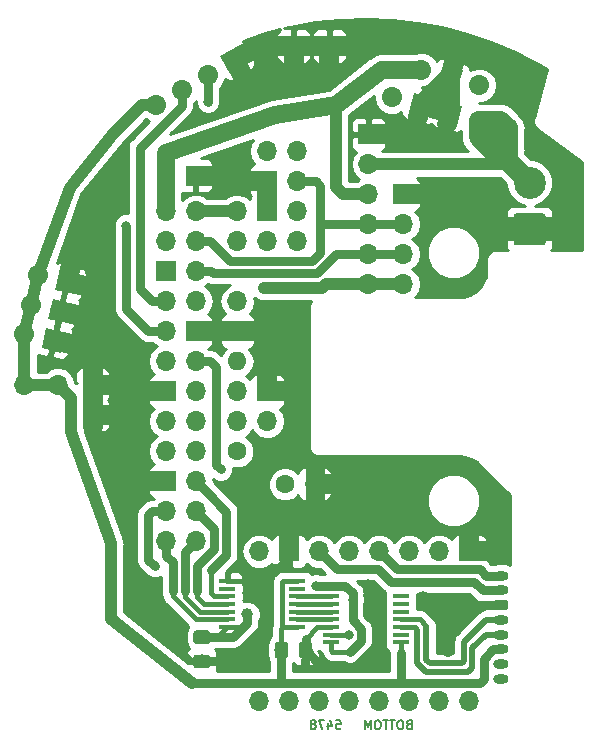
<source format=gbr>
G04 #@! TF.GenerationSoftware,KiCad,Pcbnew,(5.0.2)-1*
G04 #@! TF.CreationDate,2019-03-22T14:34:22+01:00*
G04 #@! TF.ProjectId,DICE_3.2,44494345-5f33-42e3-922e-6b696361645f,rev?*
G04 #@! TF.SameCoordinates,PX6712b80PY6da2680*
G04 #@! TF.FileFunction,Copper,L2,Bot*
G04 #@! TF.FilePolarity,Positive*
%FSLAX46Y46*%
G04 Gerber Fmt 4.6, Leading zero omitted, Abs format (unit mm)*
G04 Created by KiCad (PCBNEW (5.0.2)-1) date 22/03/2019 14:34:22*
%MOMM*%
%LPD*%
G01*
G04 APERTURE LIST*
G04 #@! TA.AperFunction,NonConductor*
%ADD10C,0.180000*%
G04 #@! TD*
G04 #@! TA.AperFunction,ComponentPad*
%ADD11O,1.300000X0.800000*%
G04 #@! TD*
G04 #@! TA.AperFunction,Conductor*
%ADD12C,0.100000*%
G04 #@! TD*
G04 #@! TA.AperFunction,ComponentPad*
%ADD13C,0.800000*%
G04 #@! TD*
G04 #@! TA.AperFunction,ComponentPad*
%ADD14C,2.700000*%
G04 #@! TD*
G04 #@! TA.AperFunction,SMDPad,CuDef*
%ADD15R,1.450000X0.450000*%
G04 #@! TD*
G04 #@! TA.AperFunction,ComponentPad*
%ADD16O,1.700000X1.700000*%
G04 #@! TD*
G04 #@! TA.AperFunction,ComponentPad*
%ADD17C,1.700000*%
G04 #@! TD*
G04 #@! TA.AperFunction,Conductor*
%ADD18C,1.700000*%
G04 #@! TD*
G04 #@! TA.AperFunction,ComponentPad*
%ADD19R,1.700000X1.700000*%
G04 #@! TD*
G04 #@! TA.AperFunction,ComponentPad*
%ADD20C,1.600000*%
G04 #@! TD*
G04 #@! TA.AperFunction,ComponentPad*
%ADD21R,1.600000X1.600000*%
G04 #@! TD*
G04 #@! TA.AperFunction,ComponentPad*
%ADD22O,1.600000X1.600000*%
G04 #@! TD*
G04 #@! TA.AperFunction,SMDPad,CuDef*
%ADD23C,1.150000*%
G04 #@! TD*
G04 #@! TA.AperFunction,ViaPad*
%ADD24C,0.800000*%
G04 #@! TD*
G04 #@! TA.AperFunction,ViaPad*
%ADD25C,1.000000*%
G04 #@! TD*
G04 #@! TA.AperFunction,Conductor*
%ADD26C,0.750000*%
G04 #@! TD*
G04 #@! TA.AperFunction,Conductor*
%ADD27C,1.000000*%
G04 #@! TD*
G04 #@! TA.AperFunction,Conductor*
%ADD28C,1.500000*%
G04 #@! TD*
G04 #@! TA.AperFunction,Conductor*
%ADD29C,2.000000*%
G04 #@! TD*
G04 #@! TA.AperFunction,Conductor*
%ADD30C,1.600000*%
G04 #@! TD*
G04 #@! TA.AperFunction,Conductor*
%ADD31C,0.450000*%
G04 #@! TD*
G04 #@! TA.AperFunction,Conductor*
%ADD32C,0.500000*%
G04 #@! TD*
G04 #@! TA.AperFunction,Conductor*
%ADD33C,0.400000*%
G04 #@! TD*
G04 #@! TA.AperFunction,Conductor*
%ADD34C,0.254000*%
G04 #@! TD*
G04 APERTURE END LIST*
D10*
X60647857Y15513572D02*
X60540714Y15477858D01*
X60505000Y15442143D01*
X60469285Y15370715D01*
X60469285Y15263572D01*
X60505000Y15192143D01*
X60540714Y15156429D01*
X60612142Y15120715D01*
X60897857Y15120715D01*
X60897857Y15870715D01*
X60647857Y15870715D01*
X60576428Y15835000D01*
X60540714Y15799286D01*
X60505000Y15727858D01*
X60505000Y15656429D01*
X60540714Y15585000D01*
X60576428Y15549286D01*
X60647857Y15513572D01*
X60897857Y15513572D01*
X60005000Y15870715D02*
X59862142Y15870715D01*
X59790714Y15835000D01*
X59719285Y15763572D01*
X59683571Y15620715D01*
X59683571Y15370715D01*
X59719285Y15227858D01*
X59790714Y15156429D01*
X59862142Y15120715D01*
X60005000Y15120715D01*
X60076428Y15156429D01*
X60147857Y15227858D01*
X60183571Y15370715D01*
X60183571Y15620715D01*
X60147857Y15763572D01*
X60076428Y15835000D01*
X60005000Y15870715D01*
X59469285Y15870715D02*
X59040714Y15870715D01*
X59255000Y15120715D02*
X59255000Y15870715D01*
X58897857Y15870715D02*
X58469285Y15870715D01*
X58683571Y15120715D02*
X58683571Y15870715D01*
X58076428Y15870715D02*
X57933571Y15870715D01*
X57862142Y15835000D01*
X57790714Y15763572D01*
X57755000Y15620715D01*
X57755000Y15370715D01*
X57790714Y15227858D01*
X57862142Y15156429D01*
X57933571Y15120715D01*
X58076428Y15120715D01*
X58147857Y15156429D01*
X58219285Y15227858D01*
X58255000Y15370715D01*
X58255000Y15620715D01*
X58219285Y15763572D01*
X58147857Y15835000D01*
X58076428Y15870715D01*
X57433571Y15120715D02*
X57433571Y15870715D01*
X57183571Y15335000D01*
X56933571Y15870715D01*
X56933571Y15120715D01*
X54505000Y15870715D02*
X54862142Y15870715D01*
X54897857Y15513572D01*
X54862142Y15549286D01*
X54790714Y15585000D01*
X54612142Y15585000D01*
X54540714Y15549286D01*
X54505000Y15513572D01*
X54469285Y15442143D01*
X54469285Y15263572D01*
X54505000Y15192143D01*
X54540714Y15156429D01*
X54612142Y15120715D01*
X54790714Y15120715D01*
X54862142Y15156429D01*
X54897857Y15192143D01*
X53826428Y15620715D02*
X53826428Y15120715D01*
X54005000Y15906429D02*
X54183571Y15370715D01*
X53719285Y15370715D01*
X53505000Y15870715D02*
X53005000Y15870715D01*
X53326428Y15120715D01*
X52612142Y15549286D02*
X52683571Y15585000D01*
X52719285Y15620715D01*
X52755000Y15692143D01*
X52755000Y15727858D01*
X52719285Y15799286D01*
X52683571Y15835000D01*
X52612142Y15870715D01*
X52469285Y15870715D01*
X52397857Y15835000D01*
X52362142Y15799286D01*
X52326428Y15727858D01*
X52326428Y15692143D01*
X52362142Y15620715D01*
X52397857Y15585000D01*
X52469285Y15549286D01*
X52612142Y15549286D01*
X52683571Y15513572D01*
X52719285Y15477858D01*
X52755000Y15406429D01*
X52755000Y15263572D01*
X52719285Y15192143D01*
X52683571Y15156429D01*
X52612142Y15120715D01*
X52469285Y15120715D01*
X52397857Y15156429D01*
X52362142Y15192143D01*
X52326428Y15263572D01*
X52326428Y15406429D01*
X52362142Y15477858D01*
X52397857Y15513572D01*
X52469285Y15549286D01*
D11*
G04 #@! TO.P,M1,8*
G04 #@! TO.N,Net-(M1-Pad8)*
X68420000Y19370000D03*
G04 #@! TO.P,M1,7*
G04 #@! TO.N,Net-(M1-Pad7)*
X68420000Y20620000D03*
G04 #@! TO.P,M1,6*
G04 #@! TO.N,Net-(C4-Pad1)*
X68420000Y21870000D03*
G04 #@! TO.P,M1,5*
G04 #@! TO.N,Net-(M1-Pad5)*
X68420000Y23120000D03*
G04 #@! TO.P,M1,4*
G04 #@! TO.N,Net-(M1-Pad4)*
X68420000Y24370000D03*
D12*
G04 #@! TD*
G04 #@! TO.N,Net-(ADC1-Pad1)*
G04 #@! TO.C,M1*
G36*
X68889603Y26019037D02*
X68909018Y26016157D01*
X68928057Y26011388D01*
X68946537Y26004776D01*
X68964279Y25996384D01*
X68981114Y25986294D01*
X68996879Y25974602D01*
X69011421Y25961421D01*
X69024602Y25946879D01*
X69036294Y25931114D01*
X69046384Y25914279D01*
X69054776Y25896537D01*
X69061388Y25878057D01*
X69066157Y25859018D01*
X69069037Y25839603D01*
X69070000Y25820000D01*
X69070000Y25420000D01*
X69069037Y25400397D01*
X69066157Y25380982D01*
X69061388Y25361943D01*
X69054776Y25343463D01*
X69046384Y25325721D01*
X69036294Y25308886D01*
X69024602Y25293121D01*
X69011421Y25278579D01*
X68996879Y25265398D01*
X68981114Y25253706D01*
X68964279Y25243616D01*
X68946537Y25235224D01*
X68928057Y25228612D01*
X68909018Y25223843D01*
X68889603Y25220963D01*
X68870000Y25220000D01*
X67970000Y25220000D01*
X67950397Y25220963D01*
X67930982Y25223843D01*
X67911943Y25228612D01*
X67893463Y25235224D01*
X67875721Y25243616D01*
X67858886Y25253706D01*
X67843121Y25265398D01*
X67828579Y25278579D01*
X67815398Y25293121D01*
X67803706Y25308886D01*
X67793616Y25325721D01*
X67785224Y25343463D01*
X67778612Y25361943D01*
X67773843Y25380982D01*
X67770963Y25400397D01*
X67770000Y25420000D01*
X67770000Y25820000D01*
X67770963Y25839603D01*
X67773843Y25859018D01*
X67778612Y25878057D01*
X67785224Y25896537D01*
X67793616Y25914279D01*
X67803706Y25931114D01*
X67815398Y25946879D01*
X67828579Y25961421D01*
X67843121Y25974602D01*
X67858886Y25986294D01*
X67875721Y25996384D01*
X67893463Y26004776D01*
X67911943Y26011388D01*
X67930982Y26016157D01*
X67950397Y26019037D01*
X67970000Y26020000D01*
X68870000Y26020000D01*
X68889603Y26019037D01*
X68889603Y26019037D01*
G37*
D13*
G04 #@! TO.P,M1,3*
G04 #@! TO.N,Net-(ADC1-Pad1)*
X68420000Y25620000D03*
D11*
G04 #@! TO.P,M1,2*
G04 #@! TO.N,Net-(M1-Pad2)*
X68420000Y26870000D03*
G04 #@! TO.P,M1,1*
G04 #@! TO.N,Net-(M1-Pad1)*
X68420000Y28120000D03*
G04 #@! TD*
D14*
G04 #@! TO.P,BT1,2*
G04 #@! TO.N,Net-(ADC1-Pad2)*
X70870000Y61390000D03*
D12*
G04 #@! TD*
G04 #@! TO.N,Net-(ADC1-Pad1)*
G04 #@! TO.C,BT1*
G36*
X71993512Y58778791D02*
X72017887Y58775175D01*
X72041790Y58769188D01*
X72064992Y58760886D01*
X72087268Y58750350D01*
X72108404Y58737682D01*
X72128196Y58723003D01*
X72146455Y58706455D01*
X72163003Y58688196D01*
X72177682Y58668404D01*
X72190350Y58647268D01*
X72200886Y58624992D01*
X72209188Y58601790D01*
X72215175Y58577887D01*
X72218791Y58553512D01*
X72220000Y58528900D01*
X72220000Y56331100D01*
X72218791Y56306488D01*
X72215175Y56282113D01*
X72209188Y56258210D01*
X72200886Y56235008D01*
X72190350Y56212732D01*
X72177682Y56191596D01*
X72163003Y56171804D01*
X72146455Y56153545D01*
X72128196Y56136997D01*
X72108404Y56122318D01*
X72087268Y56109650D01*
X72064992Y56099114D01*
X72041790Y56090812D01*
X72017887Y56084825D01*
X71993512Y56081209D01*
X71968900Y56080000D01*
X69771100Y56080000D01*
X69746488Y56081209D01*
X69722113Y56084825D01*
X69698210Y56090812D01*
X69675008Y56099114D01*
X69652732Y56109650D01*
X69631596Y56122318D01*
X69611804Y56136997D01*
X69593545Y56153545D01*
X69576997Y56171804D01*
X69562318Y56191596D01*
X69549650Y56212732D01*
X69539114Y56235008D01*
X69530812Y56258210D01*
X69524825Y56282113D01*
X69521209Y56306488D01*
X69520000Y56331100D01*
X69520000Y58528900D01*
X69521209Y58553512D01*
X69524825Y58577887D01*
X69530812Y58601790D01*
X69539114Y58624992D01*
X69549650Y58647268D01*
X69562318Y58668404D01*
X69576997Y58688196D01*
X69593545Y58706455D01*
X69611804Y58723003D01*
X69631596Y58737682D01*
X69652732Y58750350D01*
X69675008Y58760886D01*
X69698210Y58769188D01*
X69722113Y58775175D01*
X69746488Y58778791D01*
X69771100Y58780000D01*
X71968900Y58780000D01*
X71993512Y58778791D01*
X71993512Y58778791D01*
G37*
D14*
G04 #@! TO.P,BT1,1*
G04 #@! TO.N,Net-(ADC1-Pad1)*
X70870000Y57430000D03*
G04 #@! TD*
D15*
G04 #@! TO.P,U1,14*
G04 #@! TO.N,Net-(C4-Pad1)*
X59980000Y22460000D03*
G04 #@! TO.P,U1,13*
G04 #@! TO.N,Net-(U1-Pad13)*
X59980000Y23110000D03*
G04 #@! TO.P,U1,12*
G04 #@! TO.N,Net-(M1-Pad5)*
X59980000Y23760000D03*
G04 #@! TO.P,U1,11*
G04 #@! TO.N,Net-(M1-Pad4)*
X59980000Y24410000D03*
G04 #@! TO.P,U1,10*
G04 #@! TO.N,Net-(U1-Pad10)*
X59980000Y25060000D03*
G04 #@! TO.P,U1,9*
G04 #@! TO.N,Net-(U1-Pad9)*
X59980000Y25710000D03*
G04 #@! TO.P,U1,8*
G04 #@! TO.N,Net-(U1-Pad8)*
X59980000Y26360000D03*
G04 #@! TO.P,U1,7*
G04 #@! TO.N,Net-(U1-Pad7)*
X54080000Y26360000D03*
G04 #@! TO.P,U1,6*
G04 #@! TO.N,Net-(U1-Pad6)*
X54080000Y25710000D03*
G04 #@! TO.P,U1,5*
G04 #@! TO.N,Net-(U1-Pad5)*
X54080000Y25060000D03*
G04 #@! TO.P,U1,4*
G04 #@! TO.N,Net-(U1-Pad4)*
X54080000Y24410000D03*
G04 #@! TO.P,U1,3*
G04 #@! TO.N,Net-(ADC1-Pad1)*
X54080000Y23760000D03*
G04 #@! TO.P,U1,2*
G04 #@! TO.N,Net-(C3-Pad2)*
X54080000Y23110000D03*
G04 #@! TO.P,U1,1*
G04 #@! TO.N,Net-(C2-Pad2)*
X54080000Y22460000D03*
G04 #@! TD*
G04 #@! TO.P,U2,14*
G04 #@! TO.N,Net-(C4-Pad1)*
X51190000Y23760000D03*
G04 #@! TO.P,U2,13*
G04 #@! TO.N,Net-(U1-Pad4)*
X51190000Y24410000D03*
G04 #@! TO.P,U2,12*
G04 #@! TO.N,Net-(U1-Pad5)*
X51190000Y25060000D03*
G04 #@! TO.P,U2,11*
G04 #@! TO.N,Net-(U1-Pad6)*
X51190000Y25710000D03*
G04 #@! TO.P,U2,10*
G04 #@! TO.N,Net-(U1-Pad7)*
X51190000Y26360000D03*
G04 #@! TO.P,U2,9*
G04 #@! TO.N,Net-(U2-Pad9)*
X51190000Y27010000D03*
G04 #@! TO.P,U2,8*
G04 #@! TO.N,Net-(C4-Pad1)*
X51190000Y27660000D03*
G04 #@! TO.P,U2,7*
G04 #@! TO.N,Net-(ADC1-Pad1)*
X45290000Y27660000D03*
G04 #@! TO.P,U2,6*
G04 #@! TO.N,Net-(U2-Pad6)*
X45290000Y27010000D03*
G04 #@! TO.P,U2,5*
G04 #@! TO.N,Net-(U2-Pad5)*
X45290000Y26360000D03*
G04 #@! TO.P,U2,4*
G04 #@! TO.N,Net-(U2-Pad4)*
X45290000Y25710000D03*
G04 #@! TO.P,U2,3*
G04 #@! TO.N,Net-(U2-Pad3)*
X45290000Y25060000D03*
G04 #@! TO.P,U2,2*
G04 #@! TO.N,Net-(U2-Pad2)*
X45290000Y24410000D03*
G04 #@! TO.P,U2,1*
G04 #@! TO.N,Net-(C5-Pad1)*
X45290000Y23760000D03*
G04 #@! TD*
D16*
G04 #@! TO.P,REF\002A\002A,1*
G04 #@! TO.N,Net-(ADC1-Pad6)*
X46080000Y56420000D03*
G04 #@! TD*
D17*
G04 #@! TO.P,SUR1,4*
G04 #@! TO.N,Net-(ADC1-Pad1)*
X61671445Y67958400D03*
D12*
G04 #@! TD*
G04 #@! TO.N,Net-(ADC1-Pad1)*
G04 #@! TO.C,SUR1*
G36*
X61070404Y68999433D02*
X62712478Y68559441D01*
X62272486Y66917367D01*
X60630412Y67357359D01*
X61070404Y68999433D01*
X61070404Y68999433D01*
G37*
D17*
G04 #@! TO.P,SUR1,3*
G04 #@! TO.N,Net-(ADC1-Pad1)*
X64124897Y67301001D03*
D12*
G04 #@! TD*
G04 #@! TO.N,Net-(ADC1-Pad1)*
G04 #@! TO.C,SUR1*
G36*
X63523856Y68342034D02*
X65165930Y67902042D01*
X64725938Y66259968D01*
X63083864Y66699960D01*
X63523856Y68342034D01*
X63523856Y68342034D01*
G37*
D17*
G04 #@! TO.P,SUR1,5*
G04 #@! TO.N,Net-(C1-Pad2)*
X59217995Y68615801D03*
D18*
G04 #@! TD*
G04 #@! TO.N,Net-(C1-Pad2)*
G04 #@! TO.C,SUR1*
X59217995Y68615801D02*
X59217995Y68615801D01*
D17*
G04 #@! TO.P,SUR1,2*
G04 #@! TO.N,Net-(ADC1-Pad2)*
X66578348Y66643600D03*
D18*
G04 #@! TD*
G04 #@! TO.N,Net-(ADC1-Pad2)*
G04 #@! TO.C,SUR1*
X66578348Y66643600D02*
X66578348Y66643600D01*
D17*
G04 #@! TO.P,SUR1,1*
G04 #@! TO.N,Net-(ADC1-Pad2)*
X69031800Y65986200D03*
D18*
G04 #@! TD*
G04 #@! TO.N,Net-(ADC1-Pad2)*
G04 #@! TO.C,SUR1*
X69031800Y65986200D02*
X69031800Y65986200D01*
D16*
G04 #@! TO.P,REF\002A\002A,1*
G04 #@! TO.N,Net-(ADC1-Pad6)*
X46080000Y58978400D03*
G04 #@! TD*
G04 #@! TO.P,REF\002A\002A,1*
G04 #@! TO.N,Net-(C4-Pad1)*
X30920000Y44260000D03*
G04 #@! TD*
D19*
G04 #@! TO.P,REF\002A\002A,1*
G04 #@! TO.N,Net-(ADC1-Pad1)*
X42620000Y61960000D03*
G04 #@! TD*
G04 #@! TO.P,REF\002A\002A,1*
G04 #@! TO.N,Net-(ADC1-Pad1)*
X33870000Y41720000D03*
G04 #@! TD*
G04 #@! TO.P,REF\002A\002A,1*
G04 #@! TO.N,Net-(ADC1-Pad1)*
X33870000Y44260000D03*
G04 #@! TD*
G04 #@! TO.P,REF\002A\002A,1*
G04 #@! TO.N,Net-(ADC1-Pad1)*
X53920000Y72960000D03*
G04 #@! TD*
G04 #@! TO.P,REF\002A\002A,1*
G04 #@! TO.N,Net-(ADC1-Pad1)*
X50920000Y72960000D03*
G04 #@! TD*
D16*
G04 #@! TO.P,REF\002A\002A,1*
G04 #@! TO.N,Net-(C4-Pad1)*
X28090000Y44260000D03*
G04 #@! TD*
D20*
G04 #@! TO.P,C1,2*
G04 #@! TO.N,Net-(C1-Pad2)*
X50170000Y35860000D03*
D21*
G04 #@! TO.P,C1,1*
G04 #@! TO.N,Net-(ADC1-Pad1)*
X52670000Y35860000D03*
G04 #@! TD*
D17*
G04 #@! TO.P,SDR1,3*
G04 #@! TO.N,Net-(C1-Pad2)*
X66616903Y69635199D03*
D18*
G04 #@! TD*
G04 #@! TO.N,Net-(C1-Pad2)*
G04 #@! TO.C,SDR1*
X66616903Y69635199D02*
X66616903Y69635199D01*
D17*
G04 #@! TO.P,SDR1,2*
G04 #@! TO.N,Net-(ADC1-Pad1)*
X64163452Y70292600D03*
D12*
G04 #@! TD*
G04 #@! TO.N,Net-(ADC1-Pad1)*
G04 #@! TO.C,SDR1*
G36*
X63562411Y71333633D02*
X65204485Y70893641D01*
X64764493Y69251567D01*
X63122419Y69691559D01*
X63562411Y71333633D01*
X63562411Y71333633D01*
G37*
D17*
G04 #@! TO.P,SDR1,1*
G04 #@! TO.N,Net-(ADC1-Pad3)*
X61710000Y70950000D03*
D18*
G04 #@! TD*
G04 #@! TO.N,Net-(ADC1-Pad3)*
G04 #@! TO.C,SDR1*
X61710000Y70950000D02*
X61710000Y70950000D01*
D17*
G04 #@! TO.P,Strip-Power1,6*
G04 #@! TO.N,Net-(C4-Pad1)*
X29246700Y53545216D03*
D18*
G04 #@! TD*
G04 #@! TO.N,Net-(C4-Pad1)*
G04 #@! TO.C,Strip-Power1*
X29246700Y53545216D02*
X29246700Y53545216D01*
D17*
G04 #@! TO.P,Strip-Power1,5*
G04 #@! TO.N,Net-(ADC1-Pad1)*
X31721600Y52973840D03*
D12*
G04 #@! TD*
G04 #@! TO.N,Net-(ADC1-Pad1)*
G04 #@! TO.C,Strip-Power1*
G36*
X30702177Y52336834D02*
X31084594Y53993263D01*
X32741023Y53610846D01*
X32358606Y51954417D01*
X30702177Y52336834D01*
X30702177Y52336834D01*
G37*
D17*
G04 #@! TO.P,Strip-Power1,4*
G04 #@! TO.N,Net-(C4-Pad1)*
X28675325Y51070316D03*
D18*
G04 #@! TD*
G04 #@! TO.N,Net-(C4-Pad1)*
G04 #@! TO.C,Strip-Power1*
X28675325Y51070316D02*
X28675325Y51070316D01*
D17*
G04 #@! TO.P,Strip-Power1,3*
G04 #@! TO.N,Net-(ADC1-Pad1)*
X31150225Y50498940D03*
D12*
G04 #@! TD*
G04 #@! TO.N,Net-(ADC1-Pad1)*
G04 #@! TO.C,Strip-Power1*
G36*
X30130802Y49861934D02*
X30513219Y51518363D01*
X32169648Y51135946D01*
X31787231Y49479517D01*
X30130802Y49861934D01*
X30130802Y49861934D01*
G37*
D17*
G04 #@! TO.P,Strip-Power1,2*
G04 #@! TO.N,Net-(C4-Pad1)*
X28103949Y48595416D03*
D18*
G04 #@! TD*
G04 #@! TO.N,Net-(C4-Pad1)*
G04 #@! TO.C,Strip-Power1*
X28103949Y48595416D02*
X28103949Y48595416D01*
D17*
G04 #@! TO.P,Strip-Power1,1*
G04 #@! TO.N,Net-(ADC1-Pad1)*
X30578849Y48024040D03*
D12*
G04 #@! TD*
G04 #@! TO.N,Net-(ADC1-Pad1)*
G04 #@! TO.C,Strip-Power1*
G36*
X29559426Y47387034D02*
X29941843Y49043463D01*
X31598272Y48661046D01*
X31215855Y47004617D01*
X29559426Y47387034D01*
X29559426Y47387034D01*
G37*
D16*
G04 #@! TO.P,MD1,16*
G04 #@! TO.N,Net-(MD1-Pad16)*
X65758000Y17474800D03*
G04 #@! TO.P,MD1,8*
G04 #@! TO.N,Net-(C1-Pad2)*
X47978000Y30174800D03*
G04 #@! TO.P,MD1,15*
G04 #@! TO.N,Net-(MD1-Pad15)*
X63218000Y17474800D03*
D19*
G04 #@! TO.P,MD1,7*
G04 #@! TO.N,Net-(ADC1-Pad1)*
X50518000Y30174800D03*
D16*
G04 #@! TO.P,MD1,14*
G04 #@! TO.N,Net-(MD1-Pad14)*
X60678000Y17474800D03*
G04 #@! TO.P,MD1,6*
G04 #@! TO.N,Net-(M1-Pad2)*
X53058000Y30174800D03*
G04 #@! TO.P,MD1,13*
G04 #@! TO.N,Net-(MD1-Pad13)*
X58138000Y17474800D03*
G04 #@! TO.P,MD1,5*
G04 #@! TO.N,Net-(M1-Pad8)*
X55598000Y30174800D03*
G04 #@! TO.P,MD1,12*
G04 #@! TO.N,Net-(MD1-Pad12)*
X55598000Y17474800D03*
G04 #@! TO.P,MD1,4*
G04 #@! TO.N,Net-(M1-Pad1)*
X58138000Y30174800D03*
G04 #@! TO.P,MD1,11*
G04 #@! TO.N,Net-(MD1-Pad11)*
X53058000Y17474800D03*
G04 #@! TO.P,MD1,3*
G04 #@! TO.N,Net-(M1-Pad7)*
X60678000Y30174800D03*
G04 #@! TO.P,MD1,10*
G04 #@! TO.N,Net-(MD1-Pad10)*
X50518000Y17474800D03*
G04 #@! TO.P,MD1,2*
G04 #@! TO.N,Net-(MD1-Pad2)*
X63218000Y30174800D03*
G04 #@! TO.P,MD1,9*
G04 #@! TO.N,Net-(MD1-Pad9)*
X47978000Y17474800D03*
D19*
G04 #@! TO.P,MD1,1*
G04 #@! TO.N,Net-(ADC1-Pad1)*
X65758000Y30174800D03*
G04 #@! TD*
D16*
G04 #@! TO.P,REF\002A\002A,4*
G04 #@! TO.N,Net-(ADC1-Pad6)*
X60160000Y52780000D03*
G04 #@! TO.P,REF\002A\002A,3*
G04 #@! TO.N,Net-(ADC1-Pad5)*
X60160000Y55320000D03*
G04 #@! TO.P,REF\002A\002A,2*
G04 #@! TO.N,Net-(ADC1-Pad4)*
X60160000Y57860000D03*
D19*
G04 #@! TO.P,REF\002A\002A,1*
G04 #@! TO.N,Net-(ADC1-Pad1)*
X60160000Y60400000D03*
G04 #@! TD*
D16*
G04 #@! TO.P,Strip-Logic1,4*
G04 #@! TO.N,Net-(Strip-Logic1-Pad4)*
X46120000Y41180000D03*
G04 #@! TO.P,Strip-Logic1,2*
G04 #@! TO.N,Net-(Strip-Logic1-Pad2)*
X46120000Y43720000D03*
G04 #@! TO.P,Strip-Logic1,3*
G04 #@! TO.N,Net-(C5-Pad1)*
X48660000Y41180000D03*
D19*
G04 #@! TO.P,Strip-Logic1,1*
G04 #@! TO.N,Net-(ADC1-Pad1)*
X48660000Y43720000D03*
G04 #@! TD*
D22*
G04 #@! TO.P,R1,2*
G04 #@! TO.N,Net-(R1-Pad2)*
X46120000Y46260000D03*
D20*
G04 #@! TO.P,R1,1*
G04 #@! TO.N,Net-(C5-Pad1)*
X46120000Y38640000D03*
G04 #@! TD*
D16*
G04 #@! TO.P,ADC1,6*
G04 #@! TO.N,Net-(ADC1-Pad6)*
X57230000Y52780000D03*
G04 #@! TO.P,ADC1,5*
G04 #@! TO.N,Net-(ADC1-Pad5)*
X57230000Y55320000D03*
G04 #@! TO.P,ADC1,4*
G04 #@! TO.N,Net-(ADC1-Pad4)*
X57230000Y57860000D03*
G04 #@! TO.P,ADC1,3*
G04 #@! TO.N,Net-(ADC1-Pad3)*
X57230000Y60400000D03*
G04 #@! TO.P,ADC1,2*
G04 #@! TO.N,Net-(ADC1-Pad2)*
X57230000Y62940000D03*
D19*
G04 #@! TO.P,ADC1,1*
G04 #@! TO.N,Net-(ADC1-Pad1)*
X57230000Y65480000D03*
G04 #@! TD*
D16*
G04 #@! TO.P,nPi1,24*
G04 #@! TO.N,Net-(U2-Pad2)*
X40080000Y31020000D03*
G04 #@! TO.P,nPi1,23*
G04 #@! TO.N,Net-(U2-Pad3)*
X42620000Y31020000D03*
G04 #@! TO.P,nPi1,22*
G04 #@! TO.N,Net-(MD1-Pad15)*
X40080000Y33560000D03*
G04 #@! TO.P,nPi1,21*
G04 #@! TO.N,Net-(U2-Pad4)*
X42620000Y33560000D03*
D19*
G04 #@! TO.P,nPi1,20*
G04 #@! TO.N,Net-(ADC1-Pad1)*
X40080000Y36100000D03*
D16*
G04 #@! TO.P,nPi1,19*
G04 #@! TO.N,Net-(U2-Pad5)*
X42620000Y36100000D03*
G04 #@! TO.P,nPi1,18*
G04 #@! TO.N,Net-(MD1-Pad14)*
X40080000Y38640000D03*
G04 #@! TO.P,nPi1,17*
G04 #@! TO.N,Net-(C5-Pad1)*
X42620000Y38640000D03*
G04 #@! TO.P,nPi1,16*
G04 #@! TO.N,Net-(MD1-Pad11)*
X40080000Y41180000D03*
G04 #@! TO.P,nPi1,15*
G04 #@! TO.N,Net-(Strip-Logic1-Pad4)*
X42620000Y41180000D03*
D19*
G04 #@! TO.P,nPi1,14*
G04 #@! TO.N,Net-(ADC1-Pad1)*
X40080000Y43720000D03*
D16*
G04 #@! TO.P,nPi1,13*
G04 #@! TO.N,Net-(Strip-Logic1-Pad2)*
X42620000Y43720000D03*
G04 #@! TO.P,nPi1,12*
G04 #@! TO.N,Net-(MD1-Pad10)*
X40080000Y46260000D03*
G04 #@! TO.P,nPi1,11*
G04 #@! TO.N,Net-(MD1-Pad16)*
X42620000Y46260000D03*
G04 #@! TO.P,nPi1,10*
G04 #@! TO.N,Net-(RF1-Pad3)*
X40080000Y48800000D03*
D19*
G04 #@! TO.P,nPi1,9*
G04 #@! TO.N,Net-(ADC1-Pad1)*
X42620000Y48800000D03*
D16*
G04 #@! TO.P,nPi1,8*
G04 #@! TO.N,Net-(RF1-Pad2)*
X40080000Y51340000D03*
G04 #@! TO.P,nPi1,7*
G04 #@! TO.N,Net-(R1-Pad2)*
X42620000Y51340000D03*
D19*
G04 #@! TO.P,nPi1,6*
G04 #@! TO.N,Net-(ADC1-Pad1)*
X40080000Y53880000D03*
D16*
G04 #@! TO.P,nPi1,5*
G04 #@! TO.N,Net-(ADC1-Pad5)*
X42620000Y53880000D03*
G04 #@! TO.P,nPi1,4*
G04 #@! TO.N,Net-(C4-Pad1)*
X40080000Y56420000D03*
G04 #@! TO.P,nPi1,3*
G04 #@! TO.N,Net-(ADC1-Pad4)*
X42620000Y56420000D03*
G04 #@! TO.P,nPi1,2*
G04 #@! TO.N,Net-(ADC1-Pad3)*
X40080000Y58960000D03*
G04 #@! TO.P,nPi1,1*
G04 #@! TO.N,Net-(ADC1-Pad6)*
X42620000Y58960000D03*
G04 #@! TD*
D17*
G04 #@! TO.P,RF1,4*
G04 #@! TO.N,Net-(ADC1-Pad1)*
X45839114Y71779999D03*
D12*
G04 #@! TD*
G04 #@! TO.N,Net-(ADC1-Pad1)*
G04 #@! TO.C,RF1*
G36*
X47000236Y71468877D02*
X45527992Y70618877D01*
X44677992Y72091121D01*
X46150236Y72941121D01*
X47000236Y71468877D01*
X47000236Y71468877D01*
G37*
D17*
G04 #@! TO.P,RF1,3*
G04 #@! TO.N,Net-(RF1-Pad3)*
X43639409Y70510000D03*
D18*
G04 #@! TD*
G04 #@! TO.N,Net-(RF1-Pad3)*
G04 #@! TO.C,RF1*
X43639409Y70510000D02*
X43639409Y70510000D01*
D17*
G04 #@! TO.P,RF1,2*
G04 #@! TO.N,Net-(RF1-Pad2)*
X41439705Y69240000D03*
D18*
G04 #@! TD*
G04 #@! TO.N,Net-(RF1-Pad2)*
G04 #@! TO.C,RF1*
X41439705Y69240000D02*
X41439705Y69240000D01*
D17*
G04 #@! TO.P,RF1,1*
G04 #@! TO.N,Net-(C4-Pad1)*
X39240000Y67970000D03*
D18*
G04 #@! TD*
G04 #@! TO.N,Net-(C4-Pad1)*
G04 #@! TO.C,RF1*
X39240000Y67970000D02*
X39240000Y67970000D01*
D16*
G04 #@! TO.P,SW1,2*
G04 #@! TO.N,Net-(R1-Pad2)*
X46120000Y51350000D03*
D19*
G04 #@! TO.P,SW1,1*
G04 #@! TO.N,Net-(ADC1-Pad1)*
X46120000Y48810000D03*
G04 #@! TD*
D16*
G04 #@! TO.P,PS1,8*
G04 #@! TO.N,Net-(ADC1-Pad6)*
X51160000Y56438400D03*
G04 #@! TO.P,PS1,7*
G04 #@! TO.N,Net-(PS1-Pad7)*
X48620000Y56438400D03*
G04 #@! TO.P,PS1,6*
G04 #@! TO.N,Net-(ADC1-Pad6)*
X51160000Y58978400D03*
D19*
G04 #@! TO.P,PS1,5*
G04 #@! TO.N,Net-(ADC1-Pad1)*
X48620000Y58978400D03*
D16*
G04 #@! TO.P,PS1,4*
G04 #@! TO.N,Net-(ADC1-Pad4)*
X51160000Y61518400D03*
D19*
G04 #@! TO.P,PS1,3*
G04 #@! TO.N,Net-(ADC1-Pad1)*
X48620000Y61518400D03*
D16*
G04 #@! TO.P,PS1,2*
G04 #@! TO.N,Net-(PS1-Pad2)*
X51160000Y64058400D03*
G04 #@! TO.P,PS1,1*
G04 #@! TO.N,Net-(ADC1-Pad5)*
X48620000Y64058400D03*
G04 #@! TD*
D12*
G04 #@! TO.N,Net-(ADC1-Pad1)*
G04 #@! TO.C,C4*
G36*
X52254505Y22518796D02*
X52278773Y22515196D01*
X52302572Y22509235D01*
X52325671Y22500970D01*
X52347850Y22490480D01*
X52368893Y22477868D01*
X52388599Y22463253D01*
X52406777Y22446777D01*
X52423253Y22428599D01*
X52437868Y22408893D01*
X52450480Y22387850D01*
X52460970Y22365671D01*
X52469235Y22342572D01*
X52475196Y22318773D01*
X52478796Y22294505D01*
X52480000Y22270001D01*
X52480000Y21369999D01*
X52478796Y21345495D01*
X52475196Y21321227D01*
X52469235Y21297428D01*
X52460970Y21274329D01*
X52450480Y21252150D01*
X52437868Y21231107D01*
X52423253Y21211401D01*
X52406777Y21193223D01*
X52388599Y21176747D01*
X52368893Y21162132D01*
X52347850Y21149520D01*
X52325671Y21139030D01*
X52302572Y21130765D01*
X52278773Y21124804D01*
X52254505Y21121204D01*
X52230001Y21120000D01*
X51579999Y21120000D01*
X51555495Y21121204D01*
X51531227Y21124804D01*
X51507428Y21130765D01*
X51484329Y21139030D01*
X51462150Y21149520D01*
X51441107Y21162132D01*
X51421401Y21176747D01*
X51403223Y21193223D01*
X51386747Y21211401D01*
X51372132Y21231107D01*
X51359520Y21252150D01*
X51349030Y21274329D01*
X51340765Y21297428D01*
X51334804Y21321227D01*
X51331204Y21345495D01*
X51330000Y21369999D01*
X51330000Y22270001D01*
X51331204Y22294505D01*
X51334804Y22318773D01*
X51340765Y22342572D01*
X51349030Y22365671D01*
X51359520Y22387850D01*
X51372132Y22408893D01*
X51386747Y22428599D01*
X51403223Y22446777D01*
X51421401Y22463253D01*
X51441107Y22477868D01*
X51462150Y22490480D01*
X51484329Y22500970D01*
X51507428Y22509235D01*
X51531227Y22515196D01*
X51555495Y22518796D01*
X51579999Y22520000D01*
X52230001Y22520000D01*
X52254505Y22518796D01*
X52254505Y22518796D01*
G37*
D23*
G04 #@! TD*
G04 #@! TO.P,C4,2*
G04 #@! TO.N,Net-(ADC1-Pad1)*
X51905000Y21820000D03*
D12*
G04 #@! TO.N,Net-(C4-Pad1)*
G04 #@! TO.C,C4*
G36*
X50204505Y22518796D02*
X50228773Y22515196D01*
X50252572Y22509235D01*
X50275671Y22500970D01*
X50297850Y22490480D01*
X50318893Y22477868D01*
X50338599Y22463253D01*
X50356777Y22446777D01*
X50373253Y22428599D01*
X50387868Y22408893D01*
X50400480Y22387850D01*
X50410970Y22365671D01*
X50419235Y22342572D01*
X50425196Y22318773D01*
X50428796Y22294505D01*
X50430000Y22270001D01*
X50430000Y21369999D01*
X50428796Y21345495D01*
X50425196Y21321227D01*
X50419235Y21297428D01*
X50410970Y21274329D01*
X50400480Y21252150D01*
X50387868Y21231107D01*
X50373253Y21211401D01*
X50356777Y21193223D01*
X50338599Y21176747D01*
X50318893Y21162132D01*
X50297850Y21149520D01*
X50275671Y21139030D01*
X50252572Y21130765D01*
X50228773Y21124804D01*
X50204505Y21121204D01*
X50180001Y21120000D01*
X49529999Y21120000D01*
X49505495Y21121204D01*
X49481227Y21124804D01*
X49457428Y21130765D01*
X49434329Y21139030D01*
X49412150Y21149520D01*
X49391107Y21162132D01*
X49371401Y21176747D01*
X49353223Y21193223D01*
X49336747Y21211401D01*
X49322132Y21231107D01*
X49309520Y21252150D01*
X49299030Y21274329D01*
X49290765Y21297428D01*
X49284804Y21321227D01*
X49281204Y21345495D01*
X49280000Y21369999D01*
X49280000Y22270001D01*
X49281204Y22294505D01*
X49284804Y22318773D01*
X49290765Y22342572D01*
X49299030Y22365671D01*
X49309520Y22387850D01*
X49322132Y22408893D01*
X49336747Y22428599D01*
X49353223Y22446777D01*
X49371401Y22463253D01*
X49391107Y22477868D01*
X49412150Y22490480D01*
X49434329Y22500970D01*
X49457428Y22509235D01*
X49481227Y22515196D01*
X49505495Y22518796D01*
X49529999Y22520000D01*
X50180001Y22520000D01*
X50204505Y22518796D01*
X50204505Y22518796D01*
G37*
D23*
G04 #@! TD*
G04 #@! TO.P,C4,1*
G04 #@! TO.N,Net-(C4-Pad1)*
X49855000Y21820000D03*
D12*
G04 #@! TO.N,Net-(C5-Pad1)*
G04 #@! TO.C,C5*
G36*
X43584505Y23478795D02*
X43608773Y23475195D01*
X43632572Y23469234D01*
X43655671Y23460969D01*
X43677850Y23450479D01*
X43698893Y23437867D01*
X43718599Y23423252D01*
X43736777Y23406776D01*
X43753253Y23388598D01*
X43767868Y23368892D01*
X43780480Y23347849D01*
X43790970Y23325670D01*
X43799235Y23302571D01*
X43805196Y23278772D01*
X43808796Y23254504D01*
X43810000Y23230000D01*
X43810000Y22579998D01*
X43808796Y22555494D01*
X43805196Y22531226D01*
X43799235Y22507427D01*
X43790970Y22484328D01*
X43780480Y22462149D01*
X43767868Y22441106D01*
X43753253Y22421400D01*
X43736777Y22403222D01*
X43718599Y22386746D01*
X43698893Y22372131D01*
X43677850Y22359519D01*
X43655671Y22349029D01*
X43632572Y22340764D01*
X43608773Y22334803D01*
X43584505Y22331203D01*
X43560001Y22329999D01*
X42659999Y22329999D01*
X42635495Y22331203D01*
X42611227Y22334803D01*
X42587428Y22340764D01*
X42564329Y22349029D01*
X42542150Y22359519D01*
X42521107Y22372131D01*
X42501401Y22386746D01*
X42483223Y22403222D01*
X42466747Y22421400D01*
X42452132Y22441106D01*
X42439520Y22462149D01*
X42429030Y22484328D01*
X42420765Y22507427D01*
X42414804Y22531226D01*
X42411204Y22555494D01*
X42410000Y22579998D01*
X42410000Y23230000D01*
X42411204Y23254504D01*
X42414804Y23278772D01*
X42420765Y23302571D01*
X42429030Y23325670D01*
X42439520Y23347849D01*
X42452132Y23368892D01*
X42466747Y23388598D01*
X42483223Y23406776D01*
X42501401Y23423252D01*
X42521107Y23437867D01*
X42542150Y23450479D01*
X42564329Y23460969D01*
X42587428Y23469234D01*
X42611227Y23475195D01*
X42635495Y23478795D01*
X42659999Y23479999D01*
X43560001Y23479999D01*
X43584505Y23478795D01*
X43584505Y23478795D01*
G37*
D23*
G04 #@! TD*
G04 #@! TO.P,C5,1*
G04 #@! TO.N,Net-(C5-Pad1)*
X43110000Y22904999D03*
D12*
G04 #@! TO.N,Net-(ADC1-Pad1)*
G04 #@! TO.C,C5*
G36*
X43584505Y21428797D02*
X43608773Y21425197D01*
X43632572Y21419236D01*
X43655671Y21410971D01*
X43677850Y21400481D01*
X43698893Y21387869D01*
X43718599Y21373254D01*
X43736777Y21356778D01*
X43753253Y21338600D01*
X43767868Y21318894D01*
X43780480Y21297851D01*
X43790970Y21275672D01*
X43799235Y21252573D01*
X43805196Y21228774D01*
X43808796Y21204506D01*
X43810000Y21180002D01*
X43810000Y20530000D01*
X43808796Y20505496D01*
X43805196Y20481228D01*
X43799235Y20457429D01*
X43790970Y20434330D01*
X43780480Y20412151D01*
X43767868Y20391108D01*
X43753253Y20371402D01*
X43736777Y20353224D01*
X43718599Y20336748D01*
X43698893Y20322133D01*
X43677850Y20309521D01*
X43655671Y20299031D01*
X43632572Y20290766D01*
X43608773Y20284805D01*
X43584505Y20281205D01*
X43560001Y20280001D01*
X42659999Y20280001D01*
X42635495Y20281205D01*
X42611227Y20284805D01*
X42587428Y20290766D01*
X42564329Y20299031D01*
X42542150Y20309521D01*
X42521107Y20322133D01*
X42501401Y20336748D01*
X42483223Y20353224D01*
X42466747Y20371402D01*
X42452132Y20391108D01*
X42439520Y20412151D01*
X42429030Y20434330D01*
X42420765Y20457429D01*
X42414804Y20481228D01*
X42411204Y20505496D01*
X42410000Y20530000D01*
X42410000Y21180002D01*
X42411204Y21204506D01*
X42414804Y21228774D01*
X42420765Y21252573D01*
X42429030Y21275672D01*
X42439520Y21297851D01*
X42452132Y21318894D01*
X42466747Y21338600D01*
X42483223Y21356778D01*
X42501401Y21373254D01*
X42521107Y21387869D01*
X42542150Y21400481D01*
X42564329Y21410971D01*
X42587428Y21419236D01*
X42611227Y21425197D01*
X42635495Y21428797D01*
X42659999Y21430001D01*
X43560001Y21430001D01*
X43584505Y21428797D01*
X43584505Y21428797D01*
G37*
D23*
G04 #@! TD*
G04 #@! TO.P,C5,2*
G04 #@! TO.N,Net-(ADC1-Pad1)*
X43110000Y20855001D03*
D24*
G04 #@! TO.N,Net-(RF1-Pad3)*
X43639409Y68224000D03*
X36690000Y57744000D03*
D25*
G04 #@! TO.N,Net-(ADC1-Pad6)*
X48350000Y52490000D03*
D24*
G04 #@! TO.N,Net-(ADC1-Pad1)*
X36460000Y59260000D03*
X34306666Y59260000D03*
X36460000Y61413332D03*
X35383333Y60336666D03*
X36460000Y60336666D03*
X35383332Y59260000D03*
X33230000Y59260000D03*
X34306666Y60336666D03*
X35383333Y61413332D03*
X36460000Y62489998D03*
D25*
X57160000Y27340000D03*
X63950000Y21770000D03*
X61830000Y26320000D03*
D24*
G04 #@! TO.N,Net-(MD1-Pad16)*
X44720000Y37110000D03*
G04 #@! TO.N,Net-(MD1-Pad15)*
X39120000Y28920000D03*
G04 #@! TO.N,Net-(C2-Pad2)*
X55880000Y26090000D03*
X52830000Y27270000D03*
G04 #@! TO.N,Net-(C3-Pad2)*
X55560000Y23110000D03*
D25*
G04 #@! TO.N,Net-(C5-Pad1)*
X46970000Y24840000D03*
G04 #@! TD*
D26*
G04 #@! TO.N,Net-(ADC1-Pad4)*
X52760000Y61518400D02*
X51160000Y61518400D01*
X53159200Y61119200D02*
X52760000Y61518400D01*
X53159200Y60400800D02*
X53159200Y61119200D01*
X53159200Y60400800D02*
X53159200Y57840000D01*
X57230000Y57860000D02*
X60160000Y57860000D01*
X53179200Y57860000D02*
X53159200Y57840000D01*
X57230000Y57860000D02*
X53179200Y57860000D01*
X52448000Y54762000D02*
X45480998Y54762000D01*
X53159200Y55473200D02*
X52448000Y54762000D01*
X53159200Y57840000D02*
X53159200Y55473200D01*
X43822998Y56420000D02*
X42620000Y56420000D01*
X45480998Y54762000D02*
X43822998Y56420000D01*
G04 #@! TO.N,Net-(ADC1-Pad5)*
X57230000Y55320000D02*
X60160000Y55320000D01*
X52882928Y53711990D02*
X45983072Y53711990D01*
X57230000Y55320000D02*
X54490938Y55320000D01*
X54490938Y55320000D02*
X52882928Y53711990D01*
X44108010Y53711990D02*
X43940000Y53880000D01*
X45983072Y53711990D02*
X44108010Y53711990D01*
X42620000Y53880000D02*
X43940000Y53880000D01*
G04 #@! TO.N,Net-(RF1-Pad3)*
X43639409Y70510000D02*
X43639409Y68224000D01*
X36690000Y50708000D02*
X36690000Y57744000D01*
X40080000Y48800000D02*
X38598000Y48800000D01*
X38598000Y48800000D02*
X36690000Y50708000D01*
G04 #@! TO.N,Net-(RF1-Pad2)*
X38877919Y51340000D02*
X37860000Y52357919D01*
X40080000Y51340000D02*
X38877919Y51340000D01*
X37860000Y64332998D02*
X37860000Y52357919D01*
X41439705Y67912703D02*
X37860000Y64332998D01*
X41439705Y69240000D02*
X41439705Y67912703D01*
D18*
G04 #@! TO.N,Net-(ADC1-Pad2)*
X69031800Y65986200D02*
X69031800Y63398200D01*
X68374400Y66643600D02*
X69031800Y65986200D01*
X66578348Y66643600D02*
X68374400Y66643600D01*
X66578348Y66643600D02*
X69031800Y64190148D01*
X66578348Y66643600D02*
X66578348Y65231652D01*
X68411800Y63398200D02*
X69031800Y63398200D01*
X66578348Y65231652D02*
X68411800Y63398200D01*
D27*
X57230000Y62940000D02*
X69490000Y62940000D01*
D18*
X69031800Y63228200D02*
X70870000Y61390000D01*
D27*
G04 #@! TO.N,Net-(ADC1-Pad6)*
X46061600Y58960000D02*
X46080000Y58978400D01*
X42620000Y58960000D02*
X46061600Y58960000D01*
X57230000Y52780000D02*
X60160000Y52780000D01*
X53322653Y52490000D02*
X48350000Y52490000D01*
X57230000Y52780000D02*
X53612653Y52780000D01*
X53612653Y52780000D02*
X53322653Y52490000D01*
D28*
G04 #@! TO.N,Net-(ADC1-Pad3)*
X61710000Y70950000D02*
X58340000Y70950000D01*
X58340000Y70950000D02*
X54480000Y67960000D01*
X54480000Y67960000D02*
X49323076Y67090000D01*
X40080000Y63888629D02*
X49320000Y67086924D01*
X40080000Y63888629D02*
X40080000Y58960000D01*
D27*
X54480000Y61017919D02*
X54480000Y67960000D01*
X55097919Y60400000D02*
X54480000Y61017919D01*
X57230000Y60400000D02*
X55097919Y60400000D01*
D18*
G04 #@! TO.N,Net-(ADC1-Pad1)*
X32201062Y55053709D02*
X31720000Y52970000D01*
X31150225Y50498940D02*
X33241460Y50016140D01*
X31721600Y52973840D02*
X33634220Y52532277D01*
X30578849Y48024040D02*
X32709000Y47532256D01*
X64590000Y71880000D02*
X64163452Y70292600D01*
X64124897Y67301001D02*
X61671445Y67958400D01*
X65758000Y30174800D02*
X65758000Y31690780D01*
X50518000Y30174800D02*
X50518000Y31460000D01*
X48620000Y61518400D02*
X46070000Y61518400D01*
X61671445Y67958400D02*
X64163452Y70292600D01*
X64124897Y67301001D02*
X64163452Y70292600D01*
D29*
X70870000Y57430000D02*
X73750000Y57430000D01*
X70870000Y57430000D02*
X68250000Y57430000D01*
D26*
X46110000Y48800000D02*
X46120000Y48810000D01*
D18*
X42620000Y48800000D02*
X46110000Y48800000D01*
D30*
X52670000Y35860000D02*
X52670000Y37410000D01*
X52670000Y35860000D02*
X52670000Y34310000D01*
D18*
X48660000Y43720000D02*
X48660000Y45320000D01*
X48660000Y43720000D02*
X50260000Y43720000D01*
X46120000Y48810000D02*
X47720000Y48810000D01*
X45839114Y71779999D02*
X46532067Y70579900D01*
X45839114Y71779999D02*
X47039340Y72472952D01*
X53920000Y72960000D02*
X53920000Y71410000D01*
X50920000Y72960000D02*
X50920000Y71470000D01*
X50920000Y72960000D02*
X55660000Y72960000D01*
X50920000Y72960000D02*
X49100000Y72960000D01*
X40080000Y43720000D02*
X37530000Y43720000D01*
X40080000Y36100000D02*
X38920000Y36100000D01*
X45611600Y61518400D02*
X46070000Y61518400D01*
X45170000Y61960000D02*
X45611600Y61518400D01*
X42620000Y61960000D02*
X45170000Y61960000D01*
X33870000Y44260000D02*
X35350000Y44260000D01*
X33870000Y44260000D02*
X33870000Y45640000D01*
X33870000Y41720000D02*
X35800000Y41720000D01*
X33870000Y41720000D02*
X33870000Y44260000D01*
X48620000Y58978400D02*
X48620000Y61518400D01*
X52670000Y35860000D02*
X54490000Y35860000D01*
X33870000Y41720000D02*
X33870000Y40660000D01*
X57230000Y65480000D02*
X59230000Y65480000D01*
X60160000Y60400000D02*
X62050000Y60400000D01*
X64124897Y67301001D02*
X63862500Y66321017D01*
X61671445Y67958400D02*
X61409000Y66978416D01*
X68298000Y30174800D02*
X65758000Y30174800D01*
D31*
X52905000Y23760000D02*
X51905000Y22760000D01*
X54080000Y23760000D02*
X52905000Y23760000D01*
X42310000Y20855001D02*
X41260000Y21905001D01*
X43110000Y20855001D02*
X42310000Y20855001D01*
X45290000Y27660000D02*
X46870000Y27660000D01*
D26*
X68420000Y25620000D02*
X66090000Y25620000D01*
X51905000Y21020000D02*
X51890000Y21005000D01*
X51905000Y21820000D02*
X51905000Y21020000D01*
X51890000Y21005000D02*
X51890000Y20490000D01*
X51905000Y21820000D02*
X53075000Y20650000D01*
X50518000Y30174800D02*
X50518000Y29678000D01*
X50518000Y29678000D02*
X49800000Y28960000D01*
X49800000Y28960000D02*
X49600000Y28760000D01*
X49600000Y28760000D02*
X49070000Y28760000D01*
X51905000Y22760000D02*
X51905000Y21820000D01*
X43110000Y20855001D02*
X44685001Y20855001D01*
D27*
X63950000Y21770000D02*
X63950000Y22477106D01*
D26*
G04 #@! TO.N,Net-(M1-Pad1)*
X59672800Y28640000D02*
X66678000Y28640000D01*
X58138000Y30174800D02*
X59672800Y28640000D01*
X66678000Y28640000D02*
X67198000Y28120000D01*
X67198000Y28120000D02*
X68420000Y28120000D01*
G04 #@! TO.N,Net-(M1-Pad2)*
X66898000Y26870000D02*
X68420000Y26870000D01*
X66188000Y27580000D02*
X66898000Y26870000D01*
X59180000Y27580000D02*
X66188000Y27580000D01*
X58060201Y28699799D02*
X59180000Y27580000D01*
X54533001Y28699799D02*
X58060201Y28699799D01*
X53058000Y30174800D02*
X54533001Y28699799D01*
D32*
G04 #@! TO.N,Net-(M1-Pad4)*
X67148000Y24370000D02*
X68420000Y24370000D01*
X65280000Y22502000D02*
X67148000Y24370000D01*
X65280000Y20890000D02*
X65280000Y22502000D01*
X62130010Y23845664D02*
X62130010Y20993470D01*
X62130010Y20993470D02*
X62403481Y20719999D01*
X62403481Y20719999D02*
X65109999Y20719999D01*
X65109999Y20719999D02*
X65280000Y20890000D01*
D31*
X61565674Y24410000D02*
X62130010Y23845664D01*
X59980000Y24410000D02*
X61565674Y24410000D01*
D26*
G04 #@! TO.N,Net-(MD1-Pad16)*
X42620000Y46260000D02*
X43822081Y46260000D01*
X44320001Y45762080D02*
X43822081Y46260000D01*
X44320001Y37509999D02*
X44320001Y45762080D01*
X44720000Y37110000D02*
X44320001Y37509999D01*
G04 #@! TO.N,Net-(MD1-Pad15)*
X40080000Y33560000D02*
X38877919Y33560000D01*
X38560000Y33242081D02*
X38877919Y33560000D01*
X38560000Y29480000D02*
X38560000Y33242081D01*
X39120000Y28920000D02*
X38560000Y29480000D01*
D31*
G04 #@! TO.N,Net-(U1-Pad4)*
X51190000Y24410000D02*
X54080000Y24410000D01*
G04 #@! TO.N,Net-(U1-Pad5)*
X51190000Y25060000D02*
X54080000Y25060000D01*
G04 #@! TO.N,Net-(U1-Pad6)*
X54080000Y25710000D02*
X51190000Y25710000D01*
G04 #@! TO.N,Net-(U1-Pad7)*
X51190000Y26360000D02*
X54080000Y26360000D01*
D32*
G04 #@! TO.N,Net-(M1-Pad5)*
X66030000Y22002000D02*
X66030000Y20280000D01*
X67148000Y23120000D02*
X66030000Y22002000D01*
X68420000Y23120000D02*
X67148000Y23120000D01*
X61380000Y20682806D02*
X62137995Y19924811D01*
X61380000Y23535000D02*
X61380000Y20682806D01*
X65674811Y19924811D02*
X66030000Y20280000D01*
X62137995Y19924811D02*
X65674811Y19924811D01*
D31*
X61155000Y23760000D02*
X61380000Y23535000D01*
X59980000Y23760000D02*
X61155000Y23760000D01*
G04 #@! TO.N,Net-(C2-Pad2)*
X54080000Y21785000D02*
X54080000Y22460000D01*
X55657002Y21690000D02*
X54175000Y21690000D01*
X54175000Y21690000D02*
X54080000Y21785000D01*
X52830000Y27270000D02*
X52830000Y27270000D01*
D26*
X53395685Y27270000D02*
X52830000Y27270000D01*
X55265685Y27270000D02*
X53395685Y27270000D01*
X55880000Y26655685D02*
X55265685Y27270000D01*
X55880000Y26090000D02*
X55880000Y26655685D01*
X56585001Y22617999D02*
X55657002Y21690000D01*
X56585001Y23614999D02*
X56585001Y22617999D01*
X55880000Y24320000D02*
X56585001Y23614999D01*
X55880000Y26090000D02*
X55880000Y24320000D01*
D31*
G04 #@! TO.N,Net-(C3-Pad2)*
X54080000Y23110000D02*
X55560000Y23110000D01*
X55560000Y23110000D02*
X55560000Y23110000D01*
D27*
G04 #@! TO.N,Net-(C4-Pad1)*
X29246700Y53545216D02*
X28675324Y51070316D01*
X28103949Y48595416D02*
X28675324Y51070316D01*
X28090000Y44260000D02*
X30920000Y44260000D01*
D26*
X28103949Y44273949D02*
X28090000Y44260000D01*
D27*
X28103949Y48595416D02*
X28103949Y44273949D01*
X38037919Y67970000D02*
X35570000Y65502081D01*
X39240000Y67970000D02*
X38037919Y67970000D01*
X35570000Y65502081D02*
X31920000Y60960000D01*
X31920000Y60960000D02*
X29246700Y53545216D01*
X30920000Y44260000D02*
X32050000Y43130000D01*
X32050000Y43130000D02*
X32050000Y40260000D01*
X32050000Y40260000D02*
X35420000Y30843998D01*
X35420000Y24460000D02*
X35420000Y30843998D01*
D31*
X50015000Y23760000D02*
X49940000Y23835000D01*
X51190000Y23760000D02*
X50015000Y23760000D01*
X50015000Y27660000D02*
X51190000Y27660000D01*
X49940000Y27585000D02*
X50015000Y27660000D01*
X49940000Y23835000D02*
X49940000Y27585000D01*
X49855000Y23600000D02*
X49855000Y21820000D01*
X50015000Y23760000D02*
X49855000Y23600000D01*
D26*
X67777707Y21870000D02*
X68420000Y21870000D01*
X66972990Y21065283D02*
X67777707Y21870000D01*
X66972990Y19332990D02*
X66972990Y21065283D01*
X66639801Y18999801D02*
X66972990Y19332990D01*
X61790199Y18999801D02*
X66639801Y18999801D01*
D27*
X42277339Y18999801D02*
X35420000Y24460000D01*
D26*
X49860000Y18999801D02*
X42277339Y18999801D01*
X59980000Y21580000D02*
X59980000Y18999801D01*
X59980000Y18999801D02*
X49860000Y18999801D01*
X61790199Y18999801D02*
X59980000Y18999801D01*
D31*
X59980000Y21580000D02*
X59980000Y22460000D01*
D26*
X49855000Y19004801D02*
X49860000Y18999801D01*
X49855000Y21820000D02*
X49855000Y19004801D01*
G04 #@! TO.N,Net-(U2-Pad2)*
X40080000Y29817919D02*
X40640000Y29257919D01*
X40080000Y31020000D02*
X40080000Y29817919D01*
X40640000Y29257919D02*
X40640000Y26845748D01*
D31*
X40640000Y26754364D02*
X40640000Y26845748D01*
X45290000Y24410000D02*
X42984364Y24410000D01*
X40640000Y26754364D02*
X40640000Y26360000D01*
X42590000Y24410000D02*
X40640000Y26360000D01*
X45290000Y24410000D02*
X42590000Y24410000D01*
D26*
G04 #@! TO.N,Net-(U2-Pad3)*
X42620000Y31020000D02*
X41680000Y30080000D01*
X41680000Y30080000D02*
X41680000Y26845748D01*
D33*
X41680000Y26779719D02*
X41680000Y26845748D01*
X41680000Y26709008D02*
X41680000Y26779719D01*
D31*
X45290000Y25060000D02*
X43329008Y25060000D01*
X41680000Y26709008D02*
X41680001Y26320037D01*
X42940038Y25060000D02*
X41680001Y26320037D01*
X45290000Y25060000D02*
X42940038Y25060000D01*
D26*
G04 #@! TO.N,Net-(U2-Pad4)*
X44145001Y30329939D02*
X42710000Y28894938D01*
X44145001Y32034999D02*
X44145001Y30329939D01*
X42620000Y33560000D02*
X44145001Y32034999D01*
X42710000Y26845748D02*
X42710000Y28894938D01*
D31*
X45290000Y25710000D02*
X43845748Y25710000D01*
X42710000Y26845748D02*
X42710000Y26280000D01*
X43280000Y25710000D02*
X42710000Y26280000D01*
X45290000Y25710000D02*
X43280000Y25710000D01*
D26*
G04 #@! TO.N,Net-(U2-Pad5)*
X43469999Y35250001D02*
X42620000Y36100000D01*
X45195011Y33524989D02*
X43469999Y35250001D01*
X45195011Y29895011D02*
X45195011Y33524989D01*
X43864999Y28564999D02*
X45195011Y29895011D01*
D31*
X43864999Y26610001D02*
X43864999Y28564999D01*
X44115000Y26360000D02*
X43864999Y26610001D01*
X45290000Y26360000D02*
X44115000Y26360000D01*
G04 #@! TO.N,Net-(C5-Pad1)*
X44434999Y22904999D02*
X45290000Y23760000D01*
X45290000Y23760000D02*
X46340000Y23760000D01*
D26*
X46970000Y24132894D02*
X46970000Y24840000D01*
X43110000Y22904999D02*
X45742105Y22904999D01*
X45742105Y22904999D02*
X46970000Y24132894D01*
G04 #@! TD*
D34*
G04 #@! TO.N,Net-(ADC1-Pad1)*
G36*
X38660582Y66571161D02*
X38668277Y66569630D01*
X37216163Y65117516D01*
X37131831Y65061167D01*
X36908601Y64727079D01*
X36850000Y64432473D01*
X36850000Y64432469D01*
X36830214Y64332998D01*
X36850000Y64233527D01*
X36850000Y58779000D01*
X36484126Y58779000D01*
X36103720Y58621431D01*
X35812569Y58330280D01*
X35655000Y57949874D01*
X35655000Y57538126D01*
X35680001Y57477768D01*
X35680000Y50807471D01*
X35660214Y50708000D01*
X35680000Y50608529D01*
X35680000Y50608525D01*
X35738601Y50313919D01*
X35961831Y49979831D01*
X36046162Y49923482D01*
X37813484Y48156160D01*
X37869831Y48071831D01*
X37954160Y48015484D01*
X37954161Y48015483D01*
X38024605Y47968414D01*
X38203918Y47848601D01*
X38498524Y47790000D01*
X38498528Y47790000D01*
X38597999Y47770214D01*
X38697470Y47790000D01*
X38968867Y47790000D01*
X39009375Y47729375D01*
X39307761Y47530000D01*
X39009375Y47330625D01*
X38681161Y46839418D01*
X38565908Y46260000D01*
X38681161Y45680582D01*
X39009375Y45189375D01*
X39031033Y45174904D01*
X38870302Y45108327D01*
X38691673Y44929699D01*
X38595000Y44696310D01*
X38595000Y44005750D01*
X38753750Y43847000D01*
X39953000Y43847000D01*
X39953000Y43867000D01*
X40207000Y43867000D01*
X40207000Y43847000D01*
X40227000Y43847000D01*
X40227000Y43593000D01*
X40207000Y43593000D01*
X40207000Y43573000D01*
X39953000Y43573000D01*
X39953000Y43593000D01*
X38753750Y43593000D01*
X38595000Y43434250D01*
X38595000Y42743690D01*
X38691673Y42510301D01*
X38870302Y42331673D01*
X39031033Y42265096D01*
X39009375Y42250625D01*
X38681161Y41759418D01*
X38565908Y41180000D01*
X38681161Y40600582D01*
X39009375Y40109375D01*
X39307761Y39910000D01*
X39009375Y39710625D01*
X38681161Y39219418D01*
X38565908Y38640000D01*
X38681161Y38060582D01*
X39009375Y37569375D01*
X39031033Y37554904D01*
X38870302Y37488327D01*
X38691673Y37309699D01*
X38595000Y37076310D01*
X38595000Y36385750D01*
X38753750Y36227000D01*
X39953000Y36227000D01*
X39953000Y36247000D01*
X40207000Y36247000D01*
X40207000Y36227000D01*
X40227000Y36227000D01*
X40227000Y35973000D01*
X40207000Y35973000D01*
X40207000Y35953000D01*
X39953000Y35953000D01*
X39953000Y35973000D01*
X38753750Y35973000D01*
X38595000Y35814250D01*
X38595000Y35123690D01*
X38691673Y34890301D01*
X38870302Y34711673D01*
X39031033Y34645096D01*
X39009375Y34630625D01*
X38969866Y34571496D01*
X38877918Y34589786D01*
X38778448Y34570000D01*
X38778443Y34570000D01*
X38483837Y34511399D01*
X38149750Y34288169D01*
X38093400Y34203835D01*
X37916162Y34026597D01*
X37831832Y33970250D01*
X37775485Y33885921D01*
X37775482Y33885918D01*
X37608602Y33636163D01*
X37530214Y33242081D01*
X37550001Y33142606D01*
X37550000Y29579471D01*
X37530214Y29480000D01*
X37550000Y29380529D01*
X37550000Y29380525D01*
X37608601Y29085919D01*
X37669743Y28994414D01*
X37767206Y28848550D01*
X37831831Y28751831D01*
X37916163Y28695482D01*
X38217569Y28394076D01*
X38242569Y28333720D01*
X38533720Y28042569D01*
X38914126Y27885000D01*
X39325874Y27885000D01*
X39630001Y28010973D01*
X39630001Y26746272D01*
X39688602Y26451666D01*
X39768791Y26331654D01*
X39780000Y26275304D01*
X39780000Y26275299D01*
X39829898Y26024445D01*
X39900621Y25918601D01*
X39941348Y25857650D01*
X40019976Y25739975D01*
X40091780Y25691997D01*
X41921997Y23861779D01*
X41969975Y23789975D01*
X41973837Y23787395D01*
X41830873Y23573435D01*
X41762560Y23230000D01*
X41762560Y22579998D01*
X41830873Y22236563D01*
X42025414Y21945413D01*
X42026596Y21944623D01*
X41871673Y21789699D01*
X41775000Y21556310D01*
X41775000Y21140751D01*
X41933750Y20982001D01*
X42983000Y20982001D01*
X42983000Y21002001D01*
X43237000Y21002001D01*
X43237000Y20982001D01*
X44286250Y20982001D01*
X44445000Y21140751D01*
X44445000Y21556310D01*
X44348327Y21789699D01*
X44243028Y21894999D01*
X45642634Y21894999D01*
X45742105Y21875213D01*
X45841576Y21894999D01*
X45841581Y21894999D01*
X46136187Y21953600D01*
X46470274Y22176830D01*
X46526622Y22261161D01*
X47613841Y23348379D01*
X47698169Y23404725D01*
X47754516Y23489054D01*
X47754518Y23489056D01*
X47898739Y23704899D01*
X47921399Y23738812D01*
X47980000Y24033418D01*
X47980000Y24033423D01*
X47999786Y24132894D01*
X47980000Y24232365D01*
X47980000Y24312457D01*
X48105000Y24614234D01*
X48105000Y25065766D01*
X47932207Y25482926D01*
X47612926Y25802207D01*
X47195766Y25975000D01*
X46744234Y25975000D01*
X46661315Y25940654D01*
X46642549Y26035000D01*
X46662440Y26135000D01*
X46662440Y26585000D01*
X46642549Y26685000D01*
X46662440Y26785000D01*
X46662440Y27235000D01*
X46648502Y27305073D01*
X46650000Y27308690D01*
X46650000Y27388750D01*
X46627353Y27411397D01*
X46613157Y27482765D01*
X46472809Y27692809D01*
X46353544Y27772500D01*
X46491250Y27772500D01*
X46650000Y27931250D01*
X46650000Y28011310D01*
X46553327Y28244699D01*
X46374698Y28423327D01*
X46141309Y28520000D01*
X45575750Y28520000D01*
X45417000Y28361250D01*
X45417000Y27882440D01*
X45163000Y27882440D01*
X45163000Y28361250D01*
X45126303Y28397947D01*
X45838849Y29110494D01*
X45923180Y29166842D01*
X46146410Y29500929D01*
X46205011Y29795535D01*
X46205011Y29795539D01*
X46224797Y29895010D01*
X46205011Y29994481D01*
X46205011Y30174800D01*
X46463908Y30174800D01*
X46579161Y29595382D01*
X46907375Y29104175D01*
X47398582Y28775961D01*
X47831744Y28689800D01*
X48124256Y28689800D01*
X48557418Y28775961D01*
X49048625Y29104175D01*
X49063096Y29125833D01*
X49129673Y28965102D01*
X49308301Y28786473D01*
X49541690Y28689800D01*
X50232250Y28689800D01*
X50391000Y28848550D01*
X50391000Y30047800D01*
X50371000Y30047800D01*
X50371000Y30301800D01*
X50391000Y30301800D01*
X50391000Y31501050D01*
X50232250Y31659800D01*
X49541690Y31659800D01*
X49308301Y31563127D01*
X49129673Y31384498D01*
X49063096Y31223767D01*
X49048625Y31245425D01*
X48557418Y31573639D01*
X48124256Y31659800D01*
X47831744Y31659800D01*
X47398582Y31573639D01*
X46907375Y31245425D01*
X46579161Y30754218D01*
X46463908Y30174800D01*
X46205011Y30174800D01*
X46205011Y33425519D01*
X46224797Y33524990D01*
X46205011Y33624461D01*
X46205011Y33624465D01*
X46146410Y33919071D01*
X45923180Y34253158D01*
X45838848Y34309507D01*
X44119867Y36028488D01*
X44134092Y36100000D01*
X44101267Y36265022D01*
X44133720Y36232569D01*
X44514126Y36075000D01*
X44925874Y36075000D01*
X45095929Y36145439D01*
X48735000Y36145439D01*
X48735000Y35574561D01*
X48953466Y35047138D01*
X49357138Y34643466D01*
X49884561Y34425000D01*
X50455439Y34425000D01*
X50982862Y34643466D01*
X51246155Y34906759D01*
X51331673Y34700301D01*
X51510302Y34521673D01*
X51743691Y34425000D01*
X52384250Y34425000D01*
X52543000Y34583750D01*
X52543000Y35733000D01*
X52797000Y35733000D01*
X52797000Y34583750D01*
X52955750Y34425000D01*
X53596309Y34425000D01*
X53829698Y34521673D01*
X54008327Y34700301D01*
X54092937Y34904569D01*
X62185000Y34904569D01*
X62185000Y34015431D01*
X62525259Y33193974D01*
X63153974Y32565259D01*
X63975431Y32225000D01*
X64864569Y32225000D01*
X65686026Y32565259D01*
X66314741Y33193974D01*
X66655000Y34015431D01*
X66655000Y34904569D01*
X66314741Y35726026D01*
X65686026Y36354741D01*
X64864569Y36695000D01*
X63975431Y36695000D01*
X63153974Y36354741D01*
X62525259Y35726026D01*
X62185000Y34904569D01*
X54092937Y34904569D01*
X54105000Y34933690D01*
X54105000Y35574250D01*
X53946250Y35733000D01*
X52797000Y35733000D01*
X52543000Y35733000D01*
X52523000Y35733000D01*
X52523000Y35987000D01*
X52543000Y35987000D01*
X52543000Y37136250D01*
X52797000Y37136250D01*
X52797000Y35987000D01*
X53946250Y35987000D01*
X54105000Y36145750D01*
X54105000Y36786310D01*
X54008327Y37019699D01*
X53829698Y37198327D01*
X53596309Y37295000D01*
X52955750Y37295000D01*
X52797000Y37136250D01*
X52543000Y37136250D01*
X52384250Y37295000D01*
X51743691Y37295000D01*
X51510302Y37198327D01*
X51331673Y37019699D01*
X51246155Y36813241D01*
X50982862Y37076534D01*
X50455439Y37295000D01*
X49884561Y37295000D01*
X49357138Y37076534D01*
X48953466Y36672862D01*
X48735000Y36145439D01*
X45095929Y36145439D01*
X45306280Y36232569D01*
X45597431Y36523720D01*
X45755000Y36904126D01*
X45755000Y37237955D01*
X45834561Y37205000D01*
X46405439Y37205000D01*
X46932862Y37423466D01*
X47336534Y37827138D01*
X47555000Y38354561D01*
X47555000Y38925439D01*
X47336534Y39452862D01*
X46932862Y39856534D01*
X46858389Y39887382D01*
X47190625Y40109375D01*
X47390000Y40407761D01*
X47589375Y40109375D01*
X48080582Y39781161D01*
X48513744Y39695000D01*
X48806256Y39695000D01*
X49239418Y39781161D01*
X49730625Y40109375D01*
X50058839Y40600582D01*
X50174092Y41180000D01*
X50058839Y41759418D01*
X49730625Y42250625D01*
X49708968Y42265096D01*
X49869699Y42331673D01*
X50048327Y42510302D01*
X50145000Y42743691D01*
X50145000Y43434250D01*
X49986250Y43593000D01*
X48787000Y43593000D01*
X48787000Y43573000D01*
X48533000Y43573000D01*
X48533000Y43593000D01*
X48513000Y43593000D01*
X48513000Y43847000D01*
X48533000Y43847000D01*
X48533000Y45046250D01*
X48787000Y45046250D01*
X48787000Y43847000D01*
X49986250Y43847000D01*
X50145000Y44005750D01*
X50145000Y44696309D01*
X50048327Y44929698D01*
X49869699Y45108327D01*
X49636310Y45205000D01*
X48945750Y45205000D01*
X48787000Y45046250D01*
X48533000Y45046250D01*
X48374250Y45205000D01*
X47683690Y45205000D01*
X47450301Y45108327D01*
X47271673Y44929698D01*
X47205096Y44768967D01*
X47190625Y44790625D01*
X46847240Y45020067D01*
X47154577Y45225423D01*
X47471740Y45700091D01*
X47583113Y46260000D01*
X47471740Y46819909D01*
X47154577Y47294577D01*
X47104172Y47328257D01*
X47329698Y47421673D01*
X47508327Y47600301D01*
X47605000Y47833690D01*
X47605000Y48524250D01*
X47446250Y48683000D01*
X46247000Y48683000D01*
X46247000Y48663000D01*
X45993000Y48663000D01*
X45993000Y48683000D01*
X44793750Y48683000D01*
X44635000Y48524250D01*
X44635000Y47833690D01*
X44731673Y47600301D01*
X44910302Y47421673D01*
X45135828Y47328257D01*
X45085423Y47294577D01*
X44768260Y46819909D01*
X44755363Y46755072D01*
X44606599Y46903837D01*
X44550250Y46988169D01*
X44216163Y47211399D01*
X43921557Y47270000D01*
X43921552Y47270000D01*
X43822081Y47289786D01*
X43730133Y47271496D01*
X43690625Y47330625D01*
X43668967Y47345096D01*
X43829698Y47411673D01*
X44008327Y47590301D01*
X44105000Y47823690D01*
X44105000Y48514250D01*
X43946250Y48673000D01*
X42747000Y48673000D01*
X42747000Y48653000D01*
X42493000Y48653000D01*
X42493000Y48673000D01*
X42473000Y48673000D01*
X42473000Y48927000D01*
X42493000Y48927000D01*
X42493000Y48947000D01*
X42747000Y48947000D01*
X42747000Y48927000D01*
X43946250Y48927000D01*
X44105000Y49085750D01*
X44105000Y49776310D01*
X44008327Y50009699D01*
X43829698Y50188327D01*
X43668967Y50254904D01*
X43690625Y50269375D01*
X44018839Y50760582D01*
X44134092Y51340000D01*
X44018839Y51919418D01*
X43690625Y52410625D01*
X43392239Y52610000D01*
X43665771Y52792768D01*
X43713928Y52760591D01*
X44008534Y52701990D01*
X44008539Y52701990D01*
X44108009Y52682204D01*
X44207480Y52701990D01*
X45470468Y52701990D01*
X45049375Y52420625D01*
X44721161Y51929418D01*
X44605908Y51350000D01*
X44721161Y50770582D01*
X45049375Y50279375D01*
X45071033Y50264904D01*
X44910302Y50198327D01*
X44731673Y50019699D01*
X44635000Y49786310D01*
X44635000Y49095750D01*
X44793750Y48937000D01*
X45993000Y48937000D01*
X45993000Y48957000D01*
X46247000Y48957000D01*
X46247000Y48937000D01*
X47446250Y48937000D01*
X47605000Y49095750D01*
X47605000Y49786310D01*
X47508327Y50019699D01*
X47329698Y50198327D01*
X47168967Y50264904D01*
X47190625Y50279375D01*
X47518839Y50770582D01*
X47634092Y51350000D01*
X47575984Y51642129D01*
X47626475Y51608392D01*
X47707074Y51527793D01*
X47812380Y51484174D01*
X47907145Y51420854D01*
X48018928Y51398619D01*
X48124234Y51355000D01*
X52330021Y51355000D01*
X52251195Y51237028D01*
X52196091Y50960000D01*
X52210000Y50890074D01*
X52210001Y39029931D01*
X52196091Y38960000D01*
X52251195Y38682972D01*
X52408119Y38448119D01*
X52642972Y38291195D01*
X52850074Y38250000D01*
X52850075Y38250000D01*
X52920000Y38236091D01*
X52989926Y38250000D01*
X64878753Y38250000D01*
X65445708Y38183900D01*
X65943212Y38003315D01*
X66401649Y37702751D01*
X66624231Y37491303D01*
X69210001Y34905879D01*
X69210001Y29003966D01*
X69073837Y29094948D01*
X68771935Y29155000D01*
X68068065Y29155000D01*
X67942381Y29130000D01*
X67616355Y29130000D01*
X67462517Y29283838D01*
X67406169Y29368169D01*
X67243000Y29477195D01*
X67243000Y29889050D01*
X67084250Y30047800D01*
X65885000Y30047800D01*
X65885000Y30027800D01*
X65631000Y30027800D01*
X65631000Y30047800D01*
X65611000Y30047800D01*
X65611000Y30301800D01*
X65631000Y30301800D01*
X65631000Y31501050D01*
X65885000Y31501050D01*
X65885000Y30301800D01*
X67084250Y30301800D01*
X67243000Y30460550D01*
X67243000Y31151109D01*
X67146327Y31384498D01*
X66967699Y31563127D01*
X66734310Y31659800D01*
X66043750Y31659800D01*
X65885000Y31501050D01*
X65631000Y31501050D01*
X65472250Y31659800D01*
X64781690Y31659800D01*
X64548301Y31563127D01*
X64369673Y31384498D01*
X64303096Y31223767D01*
X64288625Y31245425D01*
X63797418Y31573639D01*
X63364256Y31659800D01*
X63071744Y31659800D01*
X62638582Y31573639D01*
X62147375Y31245425D01*
X61948000Y30947039D01*
X61748625Y31245425D01*
X61257418Y31573639D01*
X60824256Y31659800D01*
X60531744Y31659800D01*
X60098582Y31573639D01*
X59607375Y31245425D01*
X59408000Y30947039D01*
X59208625Y31245425D01*
X58717418Y31573639D01*
X58284256Y31659800D01*
X57991744Y31659800D01*
X57558582Y31573639D01*
X57067375Y31245425D01*
X56868000Y30947039D01*
X56668625Y31245425D01*
X56177418Y31573639D01*
X55744256Y31659800D01*
X55451744Y31659800D01*
X55018582Y31573639D01*
X54527375Y31245425D01*
X54328000Y30947039D01*
X54128625Y31245425D01*
X53637418Y31573639D01*
X53204256Y31659800D01*
X52911744Y31659800D01*
X52478582Y31573639D01*
X51987375Y31245425D01*
X51972904Y31223767D01*
X51906327Y31384498D01*
X51727699Y31563127D01*
X51494310Y31659800D01*
X50803750Y31659800D01*
X50645000Y31501050D01*
X50645000Y30301800D01*
X50665000Y30301800D01*
X50665000Y30047800D01*
X50645000Y30047800D01*
X50645000Y28848550D01*
X50803750Y28689800D01*
X51494310Y28689800D01*
X51727699Y28786473D01*
X51906327Y28965102D01*
X51972904Y29125833D01*
X51987375Y29104175D01*
X52478582Y28775961D01*
X52911744Y28689800D01*
X53114645Y28689800D01*
X53524445Y28280000D01*
X53096229Y28280000D01*
X53035874Y28305000D01*
X52624126Y28305000D01*
X52447075Y28231663D01*
X52372809Y28342809D01*
X52162765Y28483157D01*
X51915000Y28532440D01*
X50465000Y28532440D01*
X50402459Y28520000D01*
X50099695Y28520000D01*
X50014999Y28536847D01*
X49930304Y28520000D01*
X49930299Y28520000D01*
X49679445Y28470102D01*
X49394975Y28280025D01*
X49364933Y28235065D01*
X49319976Y28205025D01*
X49271998Y28133221D01*
X49271996Y28133219D01*
X49164026Y27971630D01*
X49129899Y27920555D01*
X49083761Y27688601D01*
X49063153Y27585000D01*
X49080001Y27500300D01*
X49080000Y23988088D01*
X49044898Y23935554D01*
X48995000Y23684700D01*
X48995000Y23684696D01*
X48978153Y23600000D01*
X48995000Y23515304D01*
X48995000Y22971128D01*
X48895414Y22904586D01*
X48700873Y22613436D01*
X48632560Y22270001D01*
X48632560Y21369999D01*
X48700873Y21026564D01*
X48845000Y20810863D01*
X48845001Y20009801D01*
X44385398Y20009801D01*
X44445000Y20153692D01*
X44445000Y20569251D01*
X44286250Y20728001D01*
X43237000Y20728001D01*
X43237000Y20708001D01*
X42983000Y20708001D01*
X42983000Y20728001D01*
X41933750Y20728001D01*
X41931659Y20725910D01*
X36555000Y25007106D01*
X36555000Y30704061D01*
X36575846Y30787313D01*
X36555000Y30927761D01*
X36555000Y30955781D01*
X36538615Y31038155D01*
X36526287Y31121213D01*
X36516847Y31147588D01*
X36489146Y31286853D01*
X36441464Y31358214D01*
X33264450Y40235000D01*
X33584250Y40235000D01*
X33743000Y40393750D01*
X33743000Y41593000D01*
X33997000Y41593000D01*
X33997000Y40393750D01*
X34155750Y40235000D01*
X34846310Y40235000D01*
X35079699Y40331673D01*
X35258327Y40510302D01*
X35355000Y40743691D01*
X35355000Y41434250D01*
X35196250Y41593000D01*
X33997000Y41593000D01*
X33743000Y41593000D01*
X33723000Y41593000D01*
X33723000Y41847000D01*
X33743000Y41847000D01*
X33743000Y44133000D01*
X33997000Y44133000D01*
X33997000Y41847000D01*
X35196250Y41847000D01*
X35355000Y42005750D01*
X35355000Y42696309D01*
X35258327Y42929698D01*
X35198025Y42990000D01*
X35258327Y43050302D01*
X35355000Y43283691D01*
X35355000Y43974250D01*
X35196250Y44133000D01*
X33997000Y44133000D01*
X33743000Y44133000D01*
X33723000Y44133000D01*
X33723000Y44387000D01*
X33743000Y44387000D01*
X33743000Y45586250D01*
X33997000Y45586250D01*
X33997000Y44387000D01*
X35196250Y44387000D01*
X35355000Y44545750D01*
X35355000Y45236309D01*
X35258327Y45469698D01*
X35079699Y45648327D01*
X34846310Y45745000D01*
X34155750Y45745000D01*
X33997000Y45586250D01*
X33743000Y45586250D01*
X33584250Y45745000D01*
X32893690Y45745000D01*
X32660301Y45648327D01*
X32481673Y45469698D01*
X32385000Y45236309D01*
X32385000Y44545750D01*
X32543748Y44387002D01*
X32408830Y44387002D01*
X32318839Y44839418D01*
X31990625Y45330625D01*
X31499418Y45658839D01*
X31066256Y45745000D01*
X30773744Y45745000D01*
X30340582Y45658839D01*
X29945719Y45395000D01*
X29238949Y45395000D01*
X29238949Y46835640D01*
X29293510Y46796722D01*
X29966370Y46641380D01*
X30065324Y46703213D01*
X30404253Y46703213D01*
X30523223Y46512821D01*
X31196083Y46357479D01*
X31445237Y46399173D01*
X31659470Y46533040D01*
X31806167Y46738700D01*
X31862993Y46984845D01*
X31961509Y47411561D01*
X31842539Y47601954D01*
X30674025Y47871726D01*
X30404253Y46703213D01*
X30065324Y46703213D01*
X30156763Y46760350D01*
X30426535Y47928864D01*
X30407047Y47933363D01*
X30449955Y48119216D01*
X30731163Y48119216D01*
X31899676Y47849444D01*
X32090068Y47968414D01*
X32188584Y48395131D01*
X32245411Y48641275D01*
X32203716Y48890429D01*
X32158525Y48962749D01*
X32230846Y49007940D01*
X32377543Y49213600D01*
X32434369Y49459745D01*
X32532885Y49886461D01*
X32413915Y50076854D01*
X31245401Y50346626D01*
X31000936Y49287731D01*
X31000935Y49287730D01*
X30731163Y48119216D01*
X30449955Y48119216D01*
X30464186Y48180853D01*
X30483673Y48176354D01*
X30728138Y49235249D01*
X30728139Y49235250D01*
X30997911Y50403764D01*
X30978423Y50408263D01*
X31021331Y50594116D01*
X31302539Y50594116D01*
X32471052Y50324344D01*
X32661444Y50443314D01*
X32759960Y50870031D01*
X32816787Y51116175D01*
X32775092Y51365329D01*
X32729901Y51437650D01*
X32802221Y51482840D01*
X32948918Y51688500D01*
X33005744Y51934645D01*
X33104260Y52361361D01*
X32985290Y52551754D01*
X31816776Y52821526D01*
X31572311Y51762630D01*
X31302539Y50594116D01*
X31021331Y50594116D01*
X31035562Y50655753D01*
X31055049Y50651254D01*
X31299677Y51710854D01*
X31569286Y52878664D01*
X31549798Y52883163D01*
X31592706Y53069016D01*
X31873914Y53069016D01*
X33042427Y52799244D01*
X33232819Y52918214D01*
X33331335Y53344931D01*
X33388162Y53591075D01*
X33346467Y53840229D01*
X33212599Y54054461D01*
X33006939Y54201158D01*
X32334079Y54356500D01*
X32143686Y54237530D01*
X31873914Y53069016D01*
X31592706Y53069016D01*
X31606937Y53130653D01*
X31626424Y53126154D01*
X31896196Y54294667D01*
X31777226Y54485059D01*
X31104366Y54640401D01*
X30855212Y54598707D01*
X30826587Y54580820D01*
X32923446Y60396762D01*
X36416137Y64743087D01*
X38410987Y66737935D01*
X38660582Y66571161D01*
X38660582Y66571161D01*
G37*
X38660582Y66571161D02*
X38668277Y66569630D01*
X37216163Y65117516D01*
X37131831Y65061167D01*
X36908601Y64727079D01*
X36850000Y64432473D01*
X36850000Y64432469D01*
X36830214Y64332998D01*
X36850000Y64233527D01*
X36850000Y58779000D01*
X36484126Y58779000D01*
X36103720Y58621431D01*
X35812569Y58330280D01*
X35655000Y57949874D01*
X35655000Y57538126D01*
X35680001Y57477768D01*
X35680000Y50807471D01*
X35660214Y50708000D01*
X35680000Y50608529D01*
X35680000Y50608525D01*
X35738601Y50313919D01*
X35961831Y49979831D01*
X36046162Y49923482D01*
X37813484Y48156160D01*
X37869831Y48071831D01*
X37954160Y48015484D01*
X37954161Y48015483D01*
X38024605Y47968414D01*
X38203918Y47848601D01*
X38498524Y47790000D01*
X38498528Y47790000D01*
X38597999Y47770214D01*
X38697470Y47790000D01*
X38968867Y47790000D01*
X39009375Y47729375D01*
X39307761Y47530000D01*
X39009375Y47330625D01*
X38681161Y46839418D01*
X38565908Y46260000D01*
X38681161Y45680582D01*
X39009375Y45189375D01*
X39031033Y45174904D01*
X38870302Y45108327D01*
X38691673Y44929699D01*
X38595000Y44696310D01*
X38595000Y44005750D01*
X38753750Y43847000D01*
X39953000Y43847000D01*
X39953000Y43867000D01*
X40207000Y43867000D01*
X40207000Y43847000D01*
X40227000Y43847000D01*
X40227000Y43593000D01*
X40207000Y43593000D01*
X40207000Y43573000D01*
X39953000Y43573000D01*
X39953000Y43593000D01*
X38753750Y43593000D01*
X38595000Y43434250D01*
X38595000Y42743690D01*
X38691673Y42510301D01*
X38870302Y42331673D01*
X39031033Y42265096D01*
X39009375Y42250625D01*
X38681161Y41759418D01*
X38565908Y41180000D01*
X38681161Y40600582D01*
X39009375Y40109375D01*
X39307761Y39910000D01*
X39009375Y39710625D01*
X38681161Y39219418D01*
X38565908Y38640000D01*
X38681161Y38060582D01*
X39009375Y37569375D01*
X39031033Y37554904D01*
X38870302Y37488327D01*
X38691673Y37309699D01*
X38595000Y37076310D01*
X38595000Y36385750D01*
X38753750Y36227000D01*
X39953000Y36227000D01*
X39953000Y36247000D01*
X40207000Y36247000D01*
X40207000Y36227000D01*
X40227000Y36227000D01*
X40227000Y35973000D01*
X40207000Y35973000D01*
X40207000Y35953000D01*
X39953000Y35953000D01*
X39953000Y35973000D01*
X38753750Y35973000D01*
X38595000Y35814250D01*
X38595000Y35123690D01*
X38691673Y34890301D01*
X38870302Y34711673D01*
X39031033Y34645096D01*
X39009375Y34630625D01*
X38969866Y34571496D01*
X38877918Y34589786D01*
X38778448Y34570000D01*
X38778443Y34570000D01*
X38483837Y34511399D01*
X38149750Y34288169D01*
X38093400Y34203835D01*
X37916162Y34026597D01*
X37831832Y33970250D01*
X37775485Y33885921D01*
X37775482Y33885918D01*
X37608602Y33636163D01*
X37530214Y33242081D01*
X37550001Y33142606D01*
X37550000Y29579471D01*
X37530214Y29480000D01*
X37550000Y29380529D01*
X37550000Y29380525D01*
X37608601Y29085919D01*
X37669743Y28994414D01*
X37767206Y28848550D01*
X37831831Y28751831D01*
X37916163Y28695482D01*
X38217569Y28394076D01*
X38242569Y28333720D01*
X38533720Y28042569D01*
X38914126Y27885000D01*
X39325874Y27885000D01*
X39630001Y28010973D01*
X39630001Y26746272D01*
X39688602Y26451666D01*
X39768791Y26331654D01*
X39780000Y26275304D01*
X39780000Y26275299D01*
X39829898Y26024445D01*
X39900621Y25918601D01*
X39941348Y25857650D01*
X40019976Y25739975D01*
X40091780Y25691997D01*
X41921997Y23861779D01*
X41969975Y23789975D01*
X41973837Y23787395D01*
X41830873Y23573435D01*
X41762560Y23230000D01*
X41762560Y22579998D01*
X41830873Y22236563D01*
X42025414Y21945413D01*
X42026596Y21944623D01*
X41871673Y21789699D01*
X41775000Y21556310D01*
X41775000Y21140751D01*
X41933750Y20982001D01*
X42983000Y20982001D01*
X42983000Y21002001D01*
X43237000Y21002001D01*
X43237000Y20982001D01*
X44286250Y20982001D01*
X44445000Y21140751D01*
X44445000Y21556310D01*
X44348327Y21789699D01*
X44243028Y21894999D01*
X45642634Y21894999D01*
X45742105Y21875213D01*
X45841576Y21894999D01*
X45841581Y21894999D01*
X46136187Y21953600D01*
X46470274Y22176830D01*
X46526622Y22261161D01*
X47613841Y23348379D01*
X47698169Y23404725D01*
X47754516Y23489054D01*
X47754518Y23489056D01*
X47898739Y23704899D01*
X47921399Y23738812D01*
X47980000Y24033418D01*
X47980000Y24033423D01*
X47999786Y24132894D01*
X47980000Y24232365D01*
X47980000Y24312457D01*
X48105000Y24614234D01*
X48105000Y25065766D01*
X47932207Y25482926D01*
X47612926Y25802207D01*
X47195766Y25975000D01*
X46744234Y25975000D01*
X46661315Y25940654D01*
X46642549Y26035000D01*
X46662440Y26135000D01*
X46662440Y26585000D01*
X46642549Y26685000D01*
X46662440Y26785000D01*
X46662440Y27235000D01*
X46648502Y27305073D01*
X46650000Y27308690D01*
X46650000Y27388750D01*
X46627353Y27411397D01*
X46613157Y27482765D01*
X46472809Y27692809D01*
X46353544Y27772500D01*
X46491250Y27772500D01*
X46650000Y27931250D01*
X46650000Y28011310D01*
X46553327Y28244699D01*
X46374698Y28423327D01*
X46141309Y28520000D01*
X45575750Y28520000D01*
X45417000Y28361250D01*
X45417000Y27882440D01*
X45163000Y27882440D01*
X45163000Y28361250D01*
X45126303Y28397947D01*
X45838849Y29110494D01*
X45923180Y29166842D01*
X46146410Y29500929D01*
X46205011Y29795535D01*
X46205011Y29795539D01*
X46224797Y29895010D01*
X46205011Y29994481D01*
X46205011Y30174800D01*
X46463908Y30174800D01*
X46579161Y29595382D01*
X46907375Y29104175D01*
X47398582Y28775961D01*
X47831744Y28689800D01*
X48124256Y28689800D01*
X48557418Y28775961D01*
X49048625Y29104175D01*
X49063096Y29125833D01*
X49129673Y28965102D01*
X49308301Y28786473D01*
X49541690Y28689800D01*
X50232250Y28689800D01*
X50391000Y28848550D01*
X50391000Y30047800D01*
X50371000Y30047800D01*
X50371000Y30301800D01*
X50391000Y30301800D01*
X50391000Y31501050D01*
X50232250Y31659800D01*
X49541690Y31659800D01*
X49308301Y31563127D01*
X49129673Y31384498D01*
X49063096Y31223767D01*
X49048625Y31245425D01*
X48557418Y31573639D01*
X48124256Y31659800D01*
X47831744Y31659800D01*
X47398582Y31573639D01*
X46907375Y31245425D01*
X46579161Y30754218D01*
X46463908Y30174800D01*
X46205011Y30174800D01*
X46205011Y33425519D01*
X46224797Y33524990D01*
X46205011Y33624461D01*
X46205011Y33624465D01*
X46146410Y33919071D01*
X45923180Y34253158D01*
X45838848Y34309507D01*
X44119867Y36028488D01*
X44134092Y36100000D01*
X44101267Y36265022D01*
X44133720Y36232569D01*
X44514126Y36075000D01*
X44925874Y36075000D01*
X45095929Y36145439D01*
X48735000Y36145439D01*
X48735000Y35574561D01*
X48953466Y35047138D01*
X49357138Y34643466D01*
X49884561Y34425000D01*
X50455439Y34425000D01*
X50982862Y34643466D01*
X51246155Y34906759D01*
X51331673Y34700301D01*
X51510302Y34521673D01*
X51743691Y34425000D01*
X52384250Y34425000D01*
X52543000Y34583750D01*
X52543000Y35733000D01*
X52797000Y35733000D01*
X52797000Y34583750D01*
X52955750Y34425000D01*
X53596309Y34425000D01*
X53829698Y34521673D01*
X54008327Y34700301D01*
X54092937Y34904569D01*
X62185000Y34904569D01*
X62185000Y34015431D01*
X62525259Y33193974D01*
X63153974Y32565259D01*
X63975431Y32225000D01*
X64864569Y32225000D01*
X65686026Y32565259D01*
X66314741Y33193974D01*
X66655000Y34015431D01*
X66655000Y34904569D01*
X66314741Y35726026D01*
X65686026Y36354741D01*
X64864569Y36695000D01*
X63975431Y36695000D01*
X63153974Y36354741D01*
X62525259Y35726026D01*
X62185000Y34904569D01*
X54092937Y34904569D01*
X54105000Y34933690D01*
X54105000Y35574250D01*
X53946250Y35733000D01*
X52797000Y35733000D01*
X52543000Y35733000D01*
X52523000Y35733000D01*
X52523000Y35987000D01*
X52543000Y35987000D01*
X52543000Y37136250D01*
X52797000Y37136250D01*
X52797000Y35987000D01*
X53946250Y35987000D01*
X54105000Y36145750D01*
X54105000Y36786310D01*
X54008327Y37019699D01*
X53829698Y37198327D01*
X53596309Y37295000D01*
X52955750Y37295000D01*
X52797000Y37136250D01*
X52543000Y37136250D01*
X52384250Y37295000D01*
X51743691Y37295000D01*
X51510302Y37198327D01*
X51331673Y37019699D01*
X51246155Y36813241D01*
X50982862Y37076534D01*
X50455439Y37295000D01*
X49884561Y37295000D01*
X49357138Y37076534D01*
X48953466Y36672862D01*
X48735000Y36145439D01*
X45095929Y36145439D01*
X45306280Y36232569D01*
X45597431Y36523720D01*
X45755000Y36904126D01*
X45755000Y37237955D01*
X45834561Y37205000D01*
X46405439Y37205000D01*
X46932862Y37423466D01*
X47336534Y37827138D01*
X47555000Y38354561D01*
X47555000Y38925439D01*
X47336534Y39452862D01*
X46932862Y39856534D01*
X46858389Y39887382D01*
X47190625Y40109375D01*
X47390000Y40407761D01*
X47589375Y40109375D01*
X48080582Y39781161D01*
X48513744Y39695000D01*
X48806256Y39695000D01*
X49239418Y39781161D01*
X49730625Y40109375D01*
X50058839Y40600582D01*
X50174092Y41180000D01*
X50058839Y41759418D01*
X49730625Y42250625D01*
X49708968Y42265096D01*
X49869699Y42331673D01*
X50048327Y42510302D01*
X50145000Y42743691D01*
X50145000Y43434250D01*
X49986250Y43593000D01*
X48787000Y43593000D01*
X48787000Y43573000D01*
X48533000Y43573000D01*
X48533000Y43593000D01*
X48513000Y43593000D01*
X48513000Y43847000D01*
X48533000Y43847000D01*
X48533000Y45046250D01*
X48787000Y45046250D01*
X48787000Y43847000D01*
X49986250Y43847000D01*
X50145000Y44005750D01*
X50145000Y44696309D01*
X50048327Y44929698D01*
X49869699Y45108327D01*
X49636310Y45205000D01*
X48945750Y45205000D01*
X48787000Y45046250D01*
X48533000Y45046250D01*
X48374250Y45205000D01*
X47683690Y45205000D01*
X47450301Y45108327D01*
X47271673Y44929698D01*
X47205096Y44768967D01*
X47190625Y44790625D01*
X46847240Y45020067D01*
X47154577Y45225423D01*
X47471740Y45700091D01*
X47583113Y46260000D01*
X47471740Y46819909D01*
X47154577Y47294577D01*
X47104172Y47328257D01*
X47329698Y47421673D01*
X47508327Y47600301D01*
X47605000Y47833690D01*
X47605000Y48524250D01*
X47446250Y48683000D01*
X46247000Y48683000D01*
X46247000Y48663000D01*
X45993000Y48663000D01*
X45993000Y48683000D01*
X44793750Y48683000D01*
X44635000Y48524250D01*
X44635000Y47833690D01*
X44731673Y47600301D01*
X44910302Y47421673D01*
X45135828Y47328257D01*
X45085423Y47294577D01*
X44768260Y46819909D01*
X44755363Y46755072D01*
X44606599Y46903837D01*
X44550250Y46988169D01*
X44216163Y47211399D01*
X43921557Y47270000D01*
X43921552Y47270000D01*
X43822081Y47289786D01*
X43730133Y47271496D01*
X43690625Y47330625D01*
X43668967Y47345096D01*
X43829698Y47411673D01*
X44008327Y47590301D01*
X44105000Y47823690D01*
X44105000Y48514250D01*
X43946250Y48673000D01*
X42747000Y48673000D01*
X42747000Y48653000D01*
X42493000Y48653000D01*
X42493000Y48673000D01*
X42473000Y48673000D01*
X42473000Y48927000D01*
X42493000Y48927000D01*
X42493000Y48947000D01*
X42747000Y48947000D01*
X42747000Y48927000D01*
X43946250Y48927000D01*
X44105000Y49085750D01*
X44105000Y49776310D01*
X44008327Y50009699D01*
X43829698Y50188327D01*
X43668967Y50254904D01*
X43690625Y50269375D01*
X44018839Y50760582D01*
X44134092Y51340000D01*
X44018839Y51919418D01*
X43690625Y52410625D01*
X43392239Y52610000D01*
X43665771Y52792768D01*
X43713928Y52760591D01*
X44008534Y52701990D01*
X44008539Y52701990D01*
X44108009Y52682204D01*
X44207480Y52701990D01*
X45470468Y52701990D01*
X45049375Y52420625D01*
X44721161Y51929418D01*
X44605908Y51350000D01*
X44721161Y50770582D01*
X45049375Y50279375D01*
X45071033Y50264904D01*
X44910302Y50198327D01*
X44731673Y50019699D01*
X44635000Y49786310D01*
X44635000Y49095750D01*
X44793750Y48937000D01*
X45993000Y48937000D01*
X45993000Y48957000D01*
X46247000Y48957000D01*
X46247000Y48937000D01*
X47446250Y48937000D01*
X47605000Y49095750D01*
X47605000Y49786310D01*
X47508327Y50019699D01*
X47329698Y50198327D01*
X47168967Y50264904D01*
X47190625Y50279375D01*
X47518839Y50770582D01*
X47634092Y51350000D01*
X47575984Y51642129D01*
X47626475Y51608392D01*
X47707074Y51527793D01*
X47812380Y51484174D01*
X47907145Y51420854D01*
X48018928Y51398619D01*
X48124234Y51355000D01*
X52330021Y51355000D01*
X52251195Y51237028D01*
X52196091Y50960000D01*
X52210000Y50890074D01*
X52210001Y39029931D01*
X52196091Y38960000D01*
X52251195Y38682972D01*
X52408119Y38448119D01*
X52642972Y38291195D01*
X52850074Y38250000D01*
X52850075Y38250000D01*
X52920000Y38236091D01*
X52989926Y38250000D01*
X64878753Y38250000D01*
X65445708Y38183900D01*
X65943212Y38003315D01*
X66401649Y37702751D01*
X66624231Y37491303D01*
X69210001Y34905879D01*
X69210001Y29003966D01*
X69073837Y29094948D01*
X68771935Y29155000D01*
X68068065Y29155000D01*
X67942381Y29130000D01*
X67616355Y29130000D01*
X67462517Y29283838D01*
X67406169Y29368169D01*
X67243000Y29477195D01*
X67243000Y29889050D01*
X67084250Y30047800D01*
X65885000Y30047800D01*
X65885000Y30027800D01*
X65631000Y30027800D01*
X65631000Y30047800D01*
X65611000Y30047800D01*
X65611000Y30301800D01*
X65631000Y30301800D01*
X65631000Y31501050D01*
X65885000Y31501050D01*
X65885000Y30301800D01*
X67084250Y30301800D01*
X67243000Y30460550D01*
X67243000Y31151109D01*
X67146327Y31384498D01*
X66967699Y31563127D01*
X66734310Y31659800D01*
X66043750Y31659800D01*
X65885000Y31501050D01*
X65631000Y31501050D01*
X65472250Y31659800D01*
X64781690Y31659800D01*
X64548301Y31563127D01*
X64369673Y31384498D01*
X64303096Y31223767D01*
X64288625Y31245425D01*
X63797418Y31573639D01*
X63364256Y31659800D01*
X63071744Y31659800D01*
X62638582Y31573639D01*
X62147375Y31245425D01*
X61948000Y30947039D01*
X61748625Y31245425D01*
X61257418Y31573639D01*
X60824256Y31659800D01*
X60531744Y31659800D01*
X60098582Y31573639D01*
X59607375Y31245425D01*
X59408000Y30947039D01*
X59208625Y31245425D01*
X58717418Y31573639D01*
X58284256Y31659800D01*
X57991744Y31659800D01*
X57558582Y31573639D01*
X57067375Y31245425D01*
X56868000Y30947039D01*
X56668625Y31245425D01*
X56177418Y31573639D01*
X55744256Y31659800D01*
X55451744Y31659800D01*
X55018582Y31573639D01*
X54527375Y31245425D01*
X54328000Y30947039D01*
X54128625Y31245425D01*
X53637418Y31573639D01*
X53204256Y31659800D01*
X52911744Y31659800D01*
X52478582Y31573639D01*
X51987375Y31245425D01*
X51972904Y31223767D01*
X51906327Y31384498D01*
X51727699Y31563127D01*
X51494310Y31659800D01*
X50803750Y31659800D01*
X50645000Y31501050D01*
X50645000Y30301800D01*
X50665000Y30301800D01*
X50665000Y30047800D01*
X50645000Y30047800D01*
X50645000Y28848550D01*
X50803750Y28689800D01*
X51494310Y28689800D01*
X51727699Y28786473D01*
X51906327Y28965102D01*
X51972904Y29125833D01*
X51987375Y29104175D01*
X52478582Y28775961D01*
X52911744Y28689800D01*
X53114645Y28689800D01*
X53524445Y28280000D01*
X53096229Y28280000D01*
X53035874Y28305000D01*
X52624126Y28305000D01*
X52447075Y28231663D01*
X52372809Y28342809D01*
X52162765Y28483157D01*
X51915000Y28532440D01*
X50465000Y28532440D01*
X50402459Y28520000D01*
X50099695Y28520000D01*
X50014999Y28536847D01*
X49930304Y28520000D01*
X49930299Y28520000D01*
X49679445Y28470102D01*
X49394975Y28280025D01*
X49364933Y28235065D01*
X49319976Y28205025D01*
X49271998Y28133221D01*
X49271996Y28133219D01*
X49164026Y27971630D01*
X49129899Y27920555D01*
X49083761Y27688601D01*
X49063153Y27585000D01*
X49080001Y27500300D01*
X49080000Y23988088D01*
X49044898Y23935554D01*
X48995000Y23684700D01*
X48995000Y23684696D01*
X48978153Y23600000D01*
X48995000Y23515304D01*
X48995000Y22971128D01*
X48895414Y22904586D01*
X48700873Y22613436D01*
X48632560Y22270001D01*
X48632560Y21369999D01*
X48700873Y21026564D01*
X48845000Y20810863D01*
X48845001Y20009801D01*
X44385398Y20009801D01*
X44445000Y20153692D01*
X44445000Y20569251D01*
X44286250Y20728001D01*
X43237000Y20728001D01*
X43237000Y20708001D01*
X42983000Y20708001D01*
X42983000Y20728001D01*
X41933750Y20728001D01*
X41931659Y20725910D01*
X36555000Y25007106D01*
X36555000Y30704061D01*
X36575846Y30787313D01*
X36555000Y30927761D01*
X36555000Y30955781D01*
X36538615Y31038155D01*
X36526287Y31121213D01*
X36516847Y31147588D01*
X36489146Y31286853D01*
X36441464Y31358214D01*
X33264450Y40235000D01*
X33584250Y40235000D01*
X33743000Y40393750D01*
X33743000Y41593000D01*
X33997000Y41593000D01*
X33997000Y40393750D01*
X34155750Y40235000D01*
X34846310Y40235000D01*
X35079699Y40331673D01*
X35258327Y40510302D01*
X35355000Y40743691D01*
X35355000Y41434250D01*
X35196250Y41593000D01*
X33997000Y41593000D01*
X33743000Y41593000D01*
X33723000Y41593000D01*
X33723000Y41847000D01*
X33743000Y41847000D01*
X33743000Y44133000D01*
X33997000Y44133000D01*
X33997000Y41847000D01*
X35196250Y41847000D01*
X35355000Y42005750D01*
X35355000Y42696309D01*
X35258327Y42929698D01*
X35198025Y42990000D01*
X35258327Y43050302D01*
X35355000Y43283691D01*
X35355000Y43974250D01*
X35196250Y44133000D01*
X33997000Y44133000D01*
X33743000Y44133000D01*
X33723000Y44133000D01*
X33723000Y44387000D01*
X33743000Y44387000D01*
X33743000Y45586250D01*
X33997000Y45586250D01*
X33997000Y44387000D01*
X35196250Y44387000D01*
X35355000Y44545750D01*
X35355000Y45236309D01*
X35258327Y45469698D01*
X35079699Y45648327D01*
X34846310Y45745000D01*
X34155750Y45745000D01*
X33997000Y45586250D01*
X33743000Y45586250D01*
X33584250Y45745000D01*
X32893690Y45745000D01*
X32660301Y45648327D01*
X32481673Y45469698D01*
X32385000Y45236309D01*
X32385000Y44545750D01*
X32543748Y44387002D01*
X32408830Y44387002D01*
X32318839Y44839418D01*
X31990625Y45330625D01*
X31499418Y45658839D01*
X31066256Y45745000D01*
X30773744Y45745000D01*
X30340582Y45658839D01*
X29945719Y45395000D01*
X29238949Y45395000D01*
X29238949Y46835640D01*
X29293510Y46796722D01*
X29966370Y46641380D01*
X30065324Y46703213D01*
X30404253Y46703213D01*
X30523223Y46512821D01*
X31196083Y46357479D01*
X31445237Y46399173D01*
X31659470Y46533040D01*
X31806167Y46738700D01*
X31862993Y46984845D01*
X31961509Y47411561D01*
X31842539Y47601954D01*
X30674025Y47871726D01*
X30404253Y46703213D01*
X30065324Y46703213D01*
X30156763Y46760350D01*
X30426535Y47928864D01*
X30407047Y47933363D01*
X30449955Y48119216D01*
X30731163Y48119216D01*
X31899676Y47849444D01*
X32090068Y47968414D01*
X32188584Y48395131D01*
X32245411Y48641275D01*
X32203716Y48890429D01*
X32158525Y48962749D01*
X32230846Y49007940D01*
X32377543Y49213600D01*
X32434369Y49459745D01*
X32532885Y49886461D01*
X32413915Y50076854D01*
X31245401Y50346626D01*
X31000936Y49287731D01*
X31000935Y49287730D01*
X30731163Y48119216D01*
X30449955Y48119216D01*
X30464186Y48180853D01*
X30483673Y48176354D01*
X30728138Y49235249D01*
X30728139Y49235250D01*
X30997911Y50403764D01*
X30978423Y50408263D01*
X31021331Y50594116D01*
X31302539Y50594116D01*
X32471052Y50324344D01*
X32661444Y50443314D01*
X32759960Y50870031D01*
X32816787Y51116175D01*
X32775092Y51365329D01*
X32729901Y51437650D01*
X32802221Y51482840D01*
X32948918Y51688500D01*
X33005744Y51934645D01*
X33104260Y52361361D01*
X32985290Y52551754D01*
X31816776Y52821526D01*
X31572311Y51762630D01*
X31302539Y50594116D01*
X31021331Y50594116D01*
X31035562Y50655753D01*
X31055049Y50651254D01*
X31299677Y51710854D01*
X31569286Y52878664D01*
X31549798Y52883163D01*
X31592706Y53069016D01*
X31873914Y53069016D01*
X33042427Y52799244D01*
X33232819Y52918214D01*
X33331335Y53344931D01*
X33388162Y53591075D01*
X33346467Y53840229D01*
X33212599Y54054461D01*
X33006939Y54201158D01*
X32334079Y54356500D01*
X32143686Y54237530D01*
X31873914Y53069016D01*
X31592706Y53069016D01*
X31606937Y53130653D01*
X31626424Y53126154D01*
X31896196Y54294667D01*
X31777226Y54485059D01*
X31104366Y54640401D01*
X30855212Y54598707D01*
X30826587Y54580820D01*
X32923446Y60396762D01*
X36416137Y64743087D01*
X38410987Y66737935D01*
X38660582Y66571161D01*
G36*
X58395484Y26936160D02*
X58451831Y26851831D01*
X58536160Y26795484D01*
X58536162Y26795482D01*
X58636139Y26728680D01*
X58607560Y26585000D01*
X58607560Y26135000D01*
X58627451Y26035000D01*
X58607560Y25935000D01*
X58607560Y25485000D01*
X58627451Y25385000D01*
X58607560Y25285000D01*
X58607560Y24835000D01*
X58627451Y24735000D01*
X58607560Y24635000D01*
X58607560Y24185000D01*
X58627451Y24085000D01*
X58607560Y23985000D01*
X58607560Y23535000D01*
X58627451Y23435000D01*
X58607560Y23335000D01*
X58607560Y22885000D01*
X58627451Y22785000D01*
X58607560Y22685000D01*
X58607560Y22235000D01*
X58656843Y21987235D01*
X58797191Y21777191D01*
X58970000Y21661723D01*
X58970001Y20009801D01*
X50865000Y20009801D01*
X50865000Y20686974D01*
X50970302Y20581673D01*
X51203691Y20485000D01*
X51619250Y20485000D01*
X51778000Y20643750D01*
X51778000Y21693000D01*
X51758000Y21693000D01*
X51758000Y21947000D01*
X51778000Y21947000D01*
X51778000Y21967000D01*
X52032000Y21967000D01*
X52032000Y21947000D01*
X52052000Y21947000D01*
X52052000Y21693000D01*
X52032000Y21693000D01*
X52032000Y20643750D01*
X52190750Y20485000D01*
X52606309Y20485000D01*
X52839698Y20581673D01*
X53018327Y20760301D01*
X53115000Y20993690D01*
X53115000Y21534250D01*
X52956252Y21692998D01*
X53023194Y21692998D01*
X53107235Y21636843D01*
X53237788Y21610875D01*
X53269898Y21449446D01*
X53459975Y21164975D01*
X53516923Y21126923D01*
X53554975Y21069975D01*
X53839445Y20879898D01*
X54090299Y20830000D01*
X54090304Y20830000D01*
X54174999Y20813153D01*
X54259695Y20830000D01*
X55126133Y20830000D01*
X55262920Y20738602D01*
X55657002Y20660214D01*
X56051084Y20738602D01*
X56300839Y20905482D01*
X57228841Y21833483D01*
X57313170Y21889830D01*
X57369517Y21974159D01*
X57369519Y21974161D01*
X57527639Y22210805D01*
X57536400Y22223917D01*
X57595001Y22518523D01*
X57595001Y22518528D01*
X57614787Y22617999D01*
X57595001Y22717470D01*
X57595001Y23515528D01*
X57614787Y23614999D01*
X57595001Y23714470D01*
X57595001Y23714475D01*
X57536400Y24009081D01*
X57486412Y24083894D01*
X57369519Y24258837D01*
X57369517Y24258839D01*
X57313170Y24343168D01*
X57228841Y24399514D01*
X56890000Y24738355D01*
X56890000Y25823771D01*
X56915000Y25884126D01*
X56915000Y26295874D01*
X56890000Y26356229D01*
X56890000Y26556213D01*
X56909786Y26655685D01*
X56890000Y26755157D01*
X56890000Y26755160D01*
X56845835Y26977191D01*
X56831399Y27049768D01*
X56664518Y27299522D01*
X56664517Y27299523D01*
X56608169Y27383854D01*
X56523837Y27440203D01*
X56274241Y27689799D01*
X57641846Y27689799D01*
X58395484Y26936160D01*
X58395484Y26936160D01*
G37*
X58395484Y26936160D02*
X58451831Y26851831D01*
X58536160Y26795484D01*
X58536162Y26795482D01*
X58636139Y26728680D01*
X58607560Y26585000D01*
X58607560Y26135000D01*
X58627451Y26035000D01*
X58607560Y25935000D01*
X58607560Y25485000D01*
X58627451Y25385000D01*
X58607560Y25285000D01*
X58607560Y24835000D01*
X58627451Y24735000D01*
X58607560Y24635000D01*
X58607560Y24185000D01*
X58627451Y24085000D01*
X58607560Y23985000D01*
X58607560Y23535000D01*
X58627451Y23435000D01*
X58607560Y23335000D01*
X58607560Y22885000D01*
X58627451Y22785000D01*
X58607560Y22685000D01*
X58607560Y22235000D01*
X58656843Y21987235D01*
X58797191Y21777191D01*
X58970000Y21661723D01*
X58970001Y20009801D01*
X50865000Y20009801D01*
X50865000Y20686974D01*
X50970302Y20581673D01*
X51203691Y20485000D01*
X51619250Y20485000D01*
X51778000Y20643750D01*
X51778000Y21693000D01*
X51758000Y21693000D01*
X51758000Y21947000D01*
X51778000Y21947000D01*
X51778000Y21967000D01*
X52032000Y21967000D01*
X52032000Y21947000D01*
X52052000Y21947000D01*
X52052000Y21693000D01*
X52032000Y21693000D01*
X52032000Y20643750D01*
X52190750Y20485000D01*
X52606309Y20485000D01*
X52839698Y20581673D01*
X53018327Y20760301D01*
X53115000Y20993690D01*
X53115000Y21534250D01*
X52956252Y21692998D01*
X53023194Y21692998D01*
X53107235Y21636843D01*
X53237788Y21610875D01*
X53269898Y21449446D01*
X53459975Y21164975D01*
X53516923Y21126923D01*
X53554975Y21069975D01*
X53839445Y20879898D01*
X54090299Y20830000D01*
X54090304Y20830000D01*
X54174999Y20813153D01*
X54259695Y20830000D01*
X55126133Y20830000D01*
X55262920Y20738602D01*
X55657002Y20660214D01*
X56051084Y20738602D01*
X56300839Y20905482D01*
X57228841Y21833483D01*
X57313170Y21889830D01*
X57369517Y21974159D01*
X57369519Y21974161D01*
X57527639Y22210805D01*
X57536400Y22223917D01*
X57595001Y22518523D01*
X57595001Y22518528D01*
X57614787Y22617999D01*
X57595001Y22717470D01*
X57595001Y23515528D01*
X57614787Y23614999D01*
X57595001Y23714470D01*
X57595001Y23714475D01*
X57536400Y24009081D01*
X57486412Y24083894D01*
X57369519Y24258837D01*
X57369517Y24258839D01*
X57313170Y24343168D01*
X57228841Y24399514D01*
X56890000Y24738355D01*
X56890000Y25823771D01*
X56915000Y25884126D01*
X56915000Y26295874D01*
X56890000Y26356229D01*
X56890000Y26556213D01*
X56909786Y26655685D01*
X56890000Y26755157D01*
X56890000Y26755160D01*
X56845835Y26977191D01*
X56831399Y27049768D01*
X56664518Y27299522D01*
X56664517Y27299523D01*
X56608169Y27383854D01*
X56523837Y27440203D01*
X56274241Y27689799D01*
X57641846Y27689799D01*
X58395484Y26936160D01*
G36*
X66113484Y26226160D02*
X66169831Y26141831D01*
X66254160Y26085484D01*
X66254162Y26085482D01*
X66503917Y25918601D01*
X66565115Y25906428D01*
X66798524Y25860000D01*
X66798528Y25860000D01*
X66898000Y25840214D01*
X66997472Y25860000D01*
X67180750Y25860000D01*
X67293750Y25747000D01*
X68293000Y25747000D01*
X68293000Y25767000D01*
X68547000Y25767000D01*
X68547000Y25747000D01*
X68567000Y25747000D01*
X68567000Y25493000D01*
X68547000Y25493000D01*
X68547000Y25473000D01*
X68293000Y25473000D01*
X68293000Y25493000D01*
X67293750Y25493000D01*
X67135000Y25334250D01*
X67135000Y25269751D01*
X67060839Y25255000D01*
X67060835Y25255000D01*
X66802690Y25203652D01*
X66583845Y25057424D01*
X66583844Y25057423D01*
X66509951Y25008049D01*
X66460577Y24934156D01*
X64715845Y23189423D01*
X64641952Y23140049D01*
X64592578Y23066156D01*
X64592576Y23066154D01*
X64446348Y22847309D01*
X64377663Y22502000D01*
X64395001Y22414835D01*
X64395000Y21604999D01*
X63015010Y21604999D01*
X63015010Y23932829D01*
X62963662Y24190974D01*
X62768059Y24483713D01*
X62587615Y24604282D01*
X62233679Y24958218D01*
X62185699Y25030025D01*
X61901229Y25220102D01*
X61650375Y25270000D01*
X61650370Y25270000D01*
X61565674Y25286847D01*
X61480978Y25270000D01*
X61352440Y25270000D01*
X61352440Y25285000D01*
X61332549Y25385000D01*
X61352440Y25485000D01*
X61352440Y25935000D01*
X61332549Y26035000D01*
X61352440Y26135000D01*
X61352440Y26570000D01*
X65769645Y26570000D01*
X66113484Y26226160D01*
X66113484Y26226160D01*
G37*
X66113484Y26226160D02*
X66169831Y26141831D01*
X66254160Y26085484D01*
X66254162Y26085482D01*
X66503917Y25918601D01*
X66565115Y25906428D01*
X66798524Y25860000D01*
X66798528Y25860000D01*
X66898000Y25840214D01*
X66997472Y25860000D01*
X67180750Y25860000D01*
X67293750Y25747000D01*
X68293000Y25747000D01*
X68293000Y25767000D01*
X68547000Y25767000D01*
X68547000Y25747000D01*
X68567000Y25747000D01*
X68567000Y25493000D01*
X68547000Y25493000D01*
X68547000Y25473000D01*
X68293000Y25473000D01*
X68293000Y25493000D01*
X67293750Y25493000D01*
X67135000Y25334250D01*
X67135000Y25269751D01*
X67060839Y25255000D01*
X67060835Y25255000D01*
X66802690Y25203652D01*
X66583845Y25057424D01*
X66583844Y25057423D01*
X66509951Y25008049D01*
X66460577Y24934156D01*
X64715845Y23189423D01*
X64641952Y23140049D01*
X64592578Y23066156D01*
X64592576Y23066154D01*
X64446348Y22847309D01*
X64377663Y22502000D01*
X64395001Y22414835D01*
X64395000Y21604999D01*
X63015010Y21604999D01*
X63015010Y23932829D01*
X62963662Y24190974D01*
X62768059Y24483713D01*
X62587615Y24604282D01*
X62233679Y24958218D01*
X62185699Y25030025D01*
X61901229Y25220102D01*
X61650375Y25270000D01*
X61650370Y25270000D01*
X61565674Y25286847D01*
X61480978Y25270000D01*
X61352440Y25270000D01*
X61352440Y25285000D01*
X61332549Y25385000D01*
X61352440Y25485000D01*
X61352440Y25935000D01*
X61332549Y26035000D01*
X61352440Y26135000D01*
X61352440Y26570000D01*
X65769645Y26570000D01*
X66113484Y26226160D01*
G36*
X59191078Y75164284D02*
X61344783Y74924610D01*
X63475870Y74531559D01*
X65573373Y73987154D01*
X67626594Y73294173D01*
X69625017Y72456166D01*
X71562238Y71475481D01*
X72342665Y71020229D01*
X71210569Y66824457D01*
X71176902Y66752329D01*
X71171050Y66619444D01*
X71162121Y66486763D01*
X71164851Y66478676D01*
X71164475Y66470148D01*
X71209916Y66345151D01*
X71252447Y66219139D01*
X71258064Y66212712D01*
X71260980Y66204690D01*
X71350797Y66106597D01*
X71438312Y66006454D01*
X71509636Y65971126D01*
X75340001Y63160355D01*
X75340000Y55670000D01*
X72708025Y55670000D01*
X72758327Y55720302D01*
X72855000Y55953691D01*
X72855000Y57144250D01*
X72696250Y57303000D01*
X70997000Y57303000D01*
X70997000Y57283000D01*
X70743000Y57283000D01*
X70743000Y57303000D01*
X69043750Y57303000D01*
X68885000Y57144250D01*
X68885000Y55953691D01*
X68981673Y55720302D01*
X69031975Y55670000D01*
X67989925Y55670000D01*
X67920000Y55683909D01*
X67850074Y55670000D01*
X67642972Y55628805D01*
X67408119Y55471881D01*
X67251195Y55237028D01*
X67196091Y54960000D01*
X67210000Y54890075D01*
X67210001Y54001255D01*
X67143900Y53434292D01*
X66963315Y52936788D01*
X66673118Y52494166D01*
X66288884Y52130177D01*
X65831216Y51864342D01*
X65315371Y51708108D01*
X64888382Y51670000D01*
X61171696Y51670000D01*
X61230625Y51709375D01*
X61558839Y52200582D01*
X61674092Y52780000D01*
X61558839Y53359418D01*
X61230625Y53850625D01*
X60932239Y54050000D01*
X61230625Y54249375D01*
X61558839Y54740582D01*
X61674092Y55320000D01*
X61558839Y55899418D01*
X61555398Y55904569D01*
X62185000Y55904569D01*
X62185000Y55015431D01*
X62525259Y54193974D01*
X63153974Y53565259D01*
X63975431Y53225000D01*
X64864569Y53225000D01*
X65686026Y53565259D01*
X66314741Y54193974D01*
X66655000Y55015431D01*
X66655000Y55904569D01*
X66314741Y56726026D01*
X65686026Y57354741D01*
X64864569Y57695000D01*
X63975431Y57695000D01*
X63153974Y57354741D01*
X62525259Y56726026D01*
X62185000Y55904569D01*
X61555398Y55904569D01*
X61230625Y56390625D01*
X60932239Y56590000D01*
X61230625Y56789375D01*
X61558839Y57280582D01*
X61674092Y57860000D01*
X61558839Y58439418D01*
X61230625Y58930625D01*
X61208967Y58945096D01*
X61369698Y59011673D01*
X61548327Y59190301D01*
X61645000Y59423690D01*
X61645000Y60114250D01*
X61486250Y60273000D01*
X60287000Y60273000D01*
X60287000Y60253000D01*
X60033000Y60253000D01*
X60033000Y60273000D01*
X60013000Y60273000D01*
X60013000Y60527000D01*
X60033000Y60527000D01*
X60033000Y60547000D01*
X60287000Y60547000D01*
X60287000Y60527000D01*
X61486250Y60527000D01*
X61645000Y60685750D01*
X61645000Y61376310D01*
X61548327Y61609699D01*
X61369698Y61788327D01*
X61329446Y61805000D01*
X68354894Y61805000D01*
X68885000Y61274894D01*
X68885000Y60995159D01*
X69187199Y60265588D01*
X69745588Y59707199D01*
X70451017Y59415000D01*
X69393690Y59415000D01*
X69160301Y59318327D01*
X68981673Y59139698D01*
X68885000Y58906309D01*
X68885000Y57715750D01*
X69043750Y57557000D01*
X70743000Y57557000D01*
X70743000Y57577000D01*
X70997000Y57577000D01*
X70997000Y57557000D01*
X72696250Y57557000D01*
X72855000Y57715750D01*
X72855000Y58906309D01*
X72758327Y59139698D01*
X72579699Y59318327D01*
X72346310Y59415000D01*
X71288983Y59415000D01*
X71994412Y59707199D01*
X72552801Y60265588D01*
X72855000Y60995159D01*
X72855000Y61784841D01*
X72552801Y62514412D01*
X71994412Y63072801D01*
X71264841Y63375000D01*
X70985106Y63375000D01*
X70516800Y63843306D01*
X70516800Y64043894D01*
X70545892Y64190149D01*
X70516800Y64336404D01*
X70516800Y65839944D01*
X70545892Y65986200D01*
X70490680Y66263773D01*
X70430639Y66565618D01*
X70102425Y67056825D01*
X69978431Y67139675D01*
X69527875Y67590231D01*
X69445025Y67714225D01*
X68953818Y68042439D01*
X68520656Y68128600D01*
X68520655Y68128600D01*
X68374400Y68157692D01*
X68228145Y68128600D01*
X66724604Y68128600D01*
X66616018Y68150199D01*
X66763159Y68150199D01*
X67196321Y68236360D01*
X67687528Y68564574D01*
X68015742Y69055781D01*
X68130995Y69635199D01*
X68015742Y70214617D01*
X67687528Y70705824D01*
X67196321Y71034038D01*
X66763159Y71120199D01*
X66470647Y71120199D01*
X66037485Y71034038D01*
X65843541Y70904449D01*
X65817566Y71101753D01*
X65691257Y71320528D01*
X65490841Y71474312D01*
X65246830Y71539695D01*
X64823812Y71653042D01*
X64629383Y71540789D01*
X64318995Y70382403D01*
X64338314Y70377227D01*
X64272573Y70131881D01*
X64253255Y70137057D01*
X64248079Y70117738D01*
X64002733Y70183479D01*
X64007909Y70202797D01*
X63988590Y70207973D01*
X64054331Y70453319D01*
X64073649Y70448143D01*
X64384038Y71606529D01*
X64271785Y71800957D01*
X63848766Y71914305D01*
X63604755Y71979687D01*
X63354298Y71946714D01*
X63135524Y71820404D01*
X63017330Y71666370D01*
X62780625Y72020625D01*
X62289418Y72348839D01*
X61856256Y72435000D01*
X61563744Y72435000D01*
X61130582Y72348839D01*
X61109870Y72335000D01*
X58565415Y72335000D01*
X58517922Y72350880D01*
X58291497Y72335000D01*
X58203593Y72335000D01*
X58155720Y72325477D01*
X57968285Y72312332D01*
X57887807Y72272186D01*
X57799600Y72254641D01*
X57643375Y72150254D01*
X57599692Y72128464D01*
X57530191Y72074627D01*
X57341471Y71948529D01*
X57313651Y71906893D01*
X53906739Y69267859D01*
X49027647Y68444730D01*
X48995875Y68440354D01*
X48990330Y68438435D01*
X48958169Y68433009D01*
X48791538Y68369626D01*
X40431154Y65475797D01*
X42083542Y67128185D01*
X42167874Y67184534D01*
X42391104Y67518621D01*
X42449705Y67813227D01*
X42449705Y67813231D01*
X42469491Y67912702D01*
X42449705Y68012173D01*
X42449705Y68128867D01*
X42510330Y68169375D01*
X42604409Y68310174D01*
X42604409Y68018126D01*
X42761978Y67637720D01*
X43053129Y67346569D01*
X43433535Y67189000D01*
X43845283Y67189000D01*
X44225689Y67346569D01*
X44516840Y67637720D01*
X44674409Y68018126D01*
X44674409Y68429874D01*
X44649409Y68490229D01*
X44649409Y69398867D01*
X44710034Y69439375D01*
X45038248Y69930582D01*
X45083754Y70159355D01*
X45241637Y70038206D01*
X45485647Y69972823D01*
X45736105Y70005796D01*
X45954879Y70132106D01*
X46334147Y70351076D01*
X46392254Y70567933D01*
X45792629Y71606514D01*
X45775308Y71596514D01*
X45696211Y71733514D01*
X46012599Y71733514D01*
X46612224Y70694933D01*
X46829081Y70636826D01*
X47208349Y70855797D01*
X47427123Y70982106D01*
X47580908Y71182522D01*
X47646289Y71426533D01*
X47613316Y71676991D01*
X47268037Y72275032D01*
X47051180Y72333139D01*
X46012599Y71733514D01*
X45696211Y71733514D01*
X45648308Y71816484D01*
X45665629Y71826484D01*
X45655629Y71843805D01*
X45875599Y71970805D01*
X45885599Y71953484D01*
X46924180Y72553109D01*
X46956639Y72674250D01*
X49435000Y72674250D01*
X49435000Y71983690D01*
X49531673Y71750301D01*
X49710302Y71571673D01*
X49943691Y71475000D01*
X50634250Y71475000D01*
X50793000Y71633750D01*
X50793000Y72833000D01*
X51047000Y72833000D01*
X51047000Y71633750D01*
X51205750Y71475000D01*
X51896309Y71475000D01*
X52129698Y71571673D01*
X52308327Y71750301D01*
X52405000Y71983690D01*
X52405000Y72674250D01*
X52435000Y72674250D01*
X52435000Y71983690D01*
X52531673Y71750301D01*
X52710302Y71571673D01*
X52943691Y71475000D01*
X53634250Y71475000D01*
X53793000Y71633750D01*
X53793000Y72833000D01*
X54047000Y72833000D01*
X54047000Y71633750D01*
X54205750Y71475000D01*
X54896309Y71475000D01*
X55129698Y71571673D01*
X55308327Y71750301D01*
X55405000Y71983690D01*
X55405000Y72674250D01*
X55246250Y72833000D01*
X54047000Y72833000D01*
X53793000Y72833000D01*
X52593750Y72833000D01*
X52435000Y72674250D01*
X52405000Y72674250D01*
X52246250Y72833000D01*
X51047000Y72833000D01*
X50793000Y72833000D01*
X49593750Y72833000D01*
X49435000Y72674250D01*
X46956639Y72674250D01*
X46982287Y72769966D01*
X46637007Y73368007D01*
X46569016Y73420178D01*
X48469481Y74046858D01*
X49780347Y74377341D01*
X49710302Y74348327D01*
X49531673Y74169699D01*
X49435000Y73936310D01*
X49435000Y73245750D01*
X49593750Y73087000D01*
X50793000Y73087000D01*
X50793000Y74286250D01*
X51047000Y74286250D01*
X51047000Y73087000D01*
X52246250Y73087000D01*
X52405000Y73245750D01*
X52405000Y73936310D01*
X52435000Y73936310D01*
X52435000Y73245750D01*
X52593750Y73087000D01*
X53793000Y73087000D01*
X53793000Y74286250D01*
X54047000Y74286250D01*
X54047000Y73087000D01*
X55246250Y73087000D01*
X55405000Y73245750D01*
X55405000Y73936310D01*
X55308327Y74169699D01*
X55129698Y74348327D01*
X54896309Y74445000D01*
X54205750Y74445000D01*
X54047000Y74286250D01*
X53793000Y74286250D01*
X53634250Y74445000D01*
X52943691Y74445000D01*
X52710302Y74348327D01*
X52531673Y74169699D01*
X52435000Y73936310D01*
X52405000Y73936310D01*
X52308327Y74169699D01*
X52129698Y74348327D01*
X51896309Y74445000D01*
X51205750Y74445000D01*
X51047000Y74286250D01*
X50793000Y74286250D01*
X50634250Y74445000D01*
X50048719Y74445000D01*
X50570745Y74576608D01*
X52704515Y74954770D01*
X54859846Y75179403D01*
X57025726Y75249360D01*
X59191078Y75164284D01*
X59191078Y75164284D01*
G37*
X59191078Y75164284D02*
X61344783Y74924610D01*
X63475870Y74531559D01*
X65573373Y73987154D01*
X67626594Y73294173D01*
X69625017Y72456166D01*
X71562238Y71475481D01*
X72342665Y71020229D01*
X71210569Y66824457D01*
X71176902Y66752329D01*
X71171050Y66619444D01*
X71162121Y66486763D01*
X71164851Y66478676D01*
X71164475Y66470148D01*
X71209916Y66345151D01*
X71252447Y66219139D01*
X71258064Y66212712D01*
X71260980Y66204690D01*
X71350797Y66106597D01*
X71438312Y66006454D01*
X71509636Y65971126D01*
X75340001Y63160355D01*
X75340000Y55670000D01*
X72708025Y55670000D01*
X72758327Y55720302D01*
X72855000Y55953691D01*
X72855000Y57144250D01*
X72696250Y57303000D01*
X70997000Y57303000D01*
X70997000Y57283000D01*
X70743000Y57283000D01*
X70743000Y57303000D01*
X69043750Y57303000D01*
X68885000Y57144250D01*
X68885000Y55953691D01*
X68981673Y55720302D01*
X69031975Y55670000D01*
X67989925Y55670000D01*
X67920000Y55683909D01*
X67850074Y55670000D01*
X67642972Y55628805D01*
X67408119Y55471881D01*
X67251195Y55237028D01*
X67196091Y54960000D01*
X67210000Y54890075D01*
X67210001Y54001255D01*
X67143900Y53434292D01*
X66963315Y52936788D01*
X66673118Y52494166D01*
X66288884Y52130177D01*
X65831216Y51864342D01*
X65315371Y51708108D01*
X64888382Y51670000D01*
X61171696Y51670000D01*
X61230625Y51709375D01*
X61558839Y52200582D01*
X61674092Y52780000D01*
X61558839Y53359418D01*
X61230625Y53850625D01*
X60932239Y54050000D01*
X61230625Y54249375D01*
X61558839Y54740582D01*
X61674092Y55320000D01*
X61558839Y55899418D01*
X61555398Y55904569D01*
X62185000Y55904569D01*
X62185000Y55015431D01*
X62525259Y54193974D01*
X63153974Y53565259D01*
X63975431Y53225000D01*
X64864569Y53225000D01*
X65686026Y53565259D01*
X66314741Y54193974D01*
X66655000Y55015431D01*
X66655000Y55904569D01*
X66314741Y56726026D01*
X65686026Y57354741D01*
X64864569Y57695000D01*
X63975431Y57695000D01*
X63153974Y57354741D01*
X62525259Y56726026D01*
X62185000Y55904569D01*
X61555398Y55904569D01*
X61230625Y56390625D01*
X60932239Y56590000D01*
X61230625Y56789375D01*
X61558839Y57280582D01*
X61674092Y57860000D01*
X61558839Y58439418D01*
X61230625Y58930625D01*
X61208967Y58945096D01*
X61369698Y59011673D01*
X61548327Y59190301D01*
X61645000Y59423690D01*
X61645000Y60114250D01*
X61486250Y60273000D01*
X60287000Y60273000D01*
X60287000Y60253000D01*
X60033000Y60253000D01*
X60033000Y60273000D01*
X60013000Y60273000D01*
X60013000Y60527000D01*
X60033000Y60527000D01*
X60033000Y60547000D01*
X60287000Y60547000D01*
X60287000Y60527000D01*
X61486250Y60527000D01*
X61645000Y60685750D01*
X61645000Y61376310D01*
X61548327Y61609699D01*
X61369698Y61788327D01*
X61329446Y61805000D01*
X68354894Y61805000D01*
X68885000Y61274894D01*
X68885000Y60995159D01*
X69187199Y60265588D01*
X69745588Y59707199D01*
X70451017Y59415000D01*
X69393690Y59415000D01*
X69160301Y59318327D01*
X68981673Y59139698D01*
X68885000Y58906309D01*
X68885000Y57715750D01*
X69043750Y57557000D01*
X70743000Y57557000D01*
X70743000Y57577000D01*
X70997000Y57577000D01*
X70997000Y57557000D01*
X72696250Y57557000D01*
X72855000Y57715750D01*
X72855000Y58906309D01*
X72758327Y59139698D01*
X72579699Y59318327D01*
X72346310Y59415000D01*
X71288983Y59415000D01*
X71994412Y59707199D01*
X72552801Y60265588D01*
X72855000Y60995159D01*
X72855000Y61784841D01*
X72552801Y62514412D01*
X71994412Y63072801D01*
X71264841Y63375000D01*
X70985106Y63375000D01*
X70516800Y63843306D01*
X70516800Y64043894D01*
X70545892Y64190149D01*
X70516800Y64336404D01*
X70516800Y65839944D01*
X70545892Y65986200D01*
X70490680Y66263773D01*
X70430639Y66565618D01*
X70102425Y67056825D01*
X69978431Y67139675D01*
X69527875Y67590231D01*
X69445025Y67714225D01*
X68953818Y68042439D01*
X68520656Y68128600D01*
X68520655Y68128600D01*
X68374400Y68157692D01*
X68228145Y68128600D01*
X66724604Y68128600D01*
X66616018Y68150199D01*
X66763159Y68150199D01*
X67196321Y68236360D01*
X67687528Y68564574D01*
X68015742Y69055781D01*
X68130995Y69635199D01*
X68015742Y70214617D01*
X67687528Y70705824D01*
X67196321Y71034038D01*
X66763159Y71120199D01*
X66470647Y71120199D01*
X66037485Y71034038D01*
X65843541Y70904449D01*
X65817566Y71101753D01*
X65691257Y71320528D01*
X65490841Y71474312D01*
X65246830Y71539695D01*
X64823812Y71653042D01*
X64629383Y71540789D01*
X64318995Y70382403D01*
X64338314Y70377227D01*
X64272573Y70131881D01*
X64253255Y70137057D01*
X64248079Y70117738D01*
X64002733Y70183479D01*
X64007909Y70202797D01*
X63988590Y70207973D01*
X64054331Y70453319D01*
X64073649Y70448143D01*
X64384038Y71606529D01*
X64271785Y71800957D01*
X63848766Y71914305D01*
X63604755Y71979687D01*
X63354298Y71946714D01*
X63135524Y71820404D01*
X63017330Y71666370D01*
X62780625Y72020625D01*
X62289418Y72348839D01*
X61856256Y72435000D01*
X61563744Y72435000D01*
X61130582Y72348839D01*
X61109870Y72335000D01*
X58565415Y72335000D01*
X58517922Y72350880D01*
X58291497Y72335000D01*
X58203593Y72335000D01*
X58155720Y72325477D01*
X57968285Y72312332D01*
X57887807Y72272186D01*
X57799600Y72254641D01*
X57643375Y72150254D01*
X57599692Y72128464D01*
X57530191Y72074627D01*
X57341471Y71948529D01*
X57313651Y71906893D01*
X53906739Y69267859D01*
X49027647Y68444730D01*
X48995875Y68440354D01*
X48990330Y68438435D01*
X48958169Y68433009D01*
X48791538Y68369626D01*
X40431154Y65475797D01*
X42083542Y67128185D01*
X42167874Y67184534D01*
X42391104Y67518621D01*
X42449705Y67813227D01*
X42449705Y67813231D01*
X42469491Y67912702D01*
X42449705Y68012173D01*
X42449705Y68128867D01*
X42510330Y68169375D01*
X42604409Y68310174D01*
X42604409Y68018126D01*
X42761978Y67637720D01*
X43053129Y67346569D01*
X43433535Y67189000D01*
X43845283Y67189000D01*
X44225689Y67346569D01*
X44516840Y67637720D01*
X44674409Y68018126D01*
X44674409Y68429874D01*
X44649409Y68490229D01*
X44649409Y69398867D01*
X44710034Y69439375D01*
X45038248Y69930582D01*
X45083754Y70159355D01*
X45241637Y70038206D01*
X45485647Y69972823D01*
X45736105Y70005796D01*
X45954879Y70132106D01*
X46334147Y70351076D01*
X46392254Y70567933D01*
X45792629Y71606514D01*
X45775308Y71596514D01*
X45696211Y71733514D01*
X46012599Y71733514D01*
X46612224Y70694933D01*
X46829081Y70636826D01*
X47208349Y70855797D01*
X47427123Y70982106D01*
X47580908Y71182522D01*
X47646289Y71426533D01*
X47613316Y71676991D01*
X47268037Y72275032D01*
X47051180Y72333139D01*
X46012599Y71733514D01*
X45696211Y71733514D01*
X45648308Y71816484D01*
X45665629Y71826484D01*
X45655629Y71843805D01*
X45875599Y71970805D01*
X45885599Y71953484D01*
X46924180Y72553109D01*
X46956639Y72674250D01*
X49435000Y72674250D01*
X49435000Y71983690D01*
X49531673Y71750301D01*
X49710302Y71571673D01*
X49943691Y71475000D01*
X50634250Y71475000D01*
X50793000Y71633750D01*
X50793000Y72833000D01*
X51047000Y72833000D01*
X51047000Y71633750D01*
X51205750Y71475000D01*
X51896309Y71475000D01*
X52129698Y71571673D01*
X52308327Y71750301D01*
X52405000Y71983690D01*
X52405000Y72674250D01*
X52435000Y72674250D01*
X52435000Y71983690D01*
X52531673Y71750301D01*
X52710302Y71571673D01*
X52943691Y71475000D01*
X53634250Y71475000D01*
X53793000Y71633750D01*
X53793000Y72833000D01*
X54047000Y72833000D01*
X54047000Y71633750D01*
X54205750Y71475000D01*
X54896309Y71475000D01*
X55129698Y71571673D01*
X55308327Y71750301D01*
X55405000Y71983690D01*
X55405000Y72674250D01*
X55246250Y72833000D01*
X54047000Y72833000D01*
X53793000Y72833000D01*
X52593750Y72833000D01*
X52435000Y72674250D01*
X52405000Y72674250D01*
X52246250Y72833000D01*
X51047000Y72833000D01*
X50793000Y72833000D01*
X49593750Y72833000D01*
X49435000Y72674250D01*
X46956639Y72674250D01*
X46982287Y72769966D01*
X46637007Y73368007D01*
X46569016Y73420178D01*
X48469481Y74046858D01*
X49780347Y74377341D01*
X49710302Y74348327D01*
X49531673Y74169699D01*
X49435000Y73936310D01*
X49435000Y73245750D01*
X49593750Y73087000D01*
X50793000Y73087000D01*
X50793000Y74286250D01*
X51047000Y74286250D01*
X51047000Y73087000D01*
X52246250Y73087000D01*
X52405000Y73245750D01*
X52405000Y73936310D01*
X52435000Y73936310D01*
X52435000Y73245750D01*
X52593750Y73087000D01*
X53793000Y73087000D01*
X53793000Y74286250D01*
X54047000Y74286250D01*
X54047000Y73087000D01*
X55246250Y73087000D01*
X55405000Y73245750D01*
X55405000Y73936310D01*
X55308327Y74169699D01*
X55129698Y74348327D01*
X54896309Y74445000D01*
X54205750Y74445000D01*
X54047000Y74286250D01*
X53793000Y74286250D01*
X53634250Y74445000D01*
X52943691Y74445000D01*
X52710302Y74348327D01*
X52531673Y74169699D01*
X52435000Y73936310D01*
X52405000Y73936310D01*
X52308327Y74169699D01*
X52129698Y74348327D01*
X51896309Y74445000D01*
X51205750Y74445000D01*
X51047000Y74286250D01*
X50793000Y74286250D01*
X50634250Y74445000D01*
X50048719Y74445000D01*
X50570745Y74576608D01*
X52704515Y74954770D01*
X54859846Y75179403D01*
X57025726Y75249360D01*
X59191078Y75164284D01*
G36*
X40207000Y54007000D02*
X40227000Y54007000D01*
X40227000Y53753000D01*
X40207000Y53753000D01*
X40207000Y53733000D01*
X39953000Y53733000D01*
X39953000Y53753000D01*
X39933000Y53753000D01*
X39933000Y54007000D01*
X39953000Y54007000D01*
X39953000Y54027000D01*
X40207000Y54027000D01*
X40207000Y54007000D01*
X40207000Y54007000D01*
G37*
X40207000Y54007000D02*
X40227000Y54007000D01*
X40227000Y53753000D01*
X40207000Y53753000D01*
X40207000Y53733000D01*
X39953000Y53733000D01*
X39953000Y53753000D01*
X39933000Y53753000D01*
X39933000Y54007000D01*
X39953000Y54007000D01*
X39953000Y54027000D01*
X40207000Y54027000D01*
X40207000Y54007000D01*
G36*
X47221161Y64637818D02*
X47105908Y64058400D01*
X47221161Y63478982D01*
X47549375Y62987775D01*
X47571033Y62973304D01*
X47410302Y62906727D01*
X47231673Y62728099D01*
X47135000Y62494710D01*
X47135000Y61804150D01*
X47293750Y61645400D01*
X48493000Y61645400D01*
X48493000Y61665400D01*
X48747000Y61665400D01*
X48747000Y61645400D01*
X48767000Y61645400D01*
X48767000Y61391400D01*
X48747000Y61391400D01*
X48747000Y59105400D01*
X48767000Y59105400D01*
X48767000Y58851400D01*
X48747000Y58851400D01*
X48747000Y58831400D01*
X48493000Y58831400D01*
X48493000Y58851400D01*
X48473000Y58851400D01*
X48473000Y59105400D01*
X48493000Y59105400D01*
X48493000Y61391400D01*
X47293750Y61391400D01*
X47135000Y61232650D01*
X47135000Y60542090D01*
X47231673Y60308701D01*
X47291974Y60248400D01*
X47231673Y60188099D01*
X47165096Y60027368D01*
X47150625Y60049025D01*
X46659418Y60377239D01*
X46226256Y60463400D01*
X45933744Y60463400D01*
X45500582Y60377239D01*
X45078181Y60095000D01*
X43594281Y60095000D01*
X43199418Y60358839D01*
X42766256Y60445000D01*
X42473744Y60445000D01*
X42040582Y60358839D01*
X41549375Y60030625D01*
X41465000Y59904349D01*
X41465000Y60549016D01*
X41643690Y60475000D01*
X42334250Y60475000D01*
X42493000Y60633750D01*
X42493000Y61833000D01*
X42747000Y61833000D01*
X42747000Y60633750D01*
X42905750Y60475000D01*
X43596310Y60475000D01*
X43829699Y60571673D01*
X44008327Y60750302D01*
X44105000Y60983691D01*
X44105000Y61674250D01*
X43946250Y61833000D01*
X42747000Y61833000D01*
X42493000Y61833000D01*
X42473000Y61833000D01*
X42473000Y62087000D01*
X42493000Y62087000D01*
X42493000Y62107000D01*
X42747000Y62107000D01*
X42747000Y62087000D01*
X43946250Y62087000D01*
X44105000Y62245750D01*
X44105000Y62936309D01*
X44008327Y63169698D01*
X43829699Y63348327D01*
X43596310Y63445000D01*
X43032578Y63445000D01*
X47444548Y64972140D01*
X47221161Y64637818D01*
X47221161Y64637818D01*
G37*
X47221161Y64637818D02*
X47105908Y64058400D01*
X47221161Y63478982D01*
X47549375Y62987775D01*
X47571033Y62973304D01*
X47410302Y62906727D01*
X47231673Y62728099D01*
X47135000Y62494710D01*
X47135000Y61804150D01*
X47293750Y61645400D01*
X48493000Y61645400D01*
X48493000Y61665400D01*
X48747000Y61665400D01*
X48747000Y61645400D01*
X48767000Y61645400D01*
X48767000Y61391400D01*
X48747000Y61391400D01*
X48747000Y59105400D01*
X48767000Y59105400D01*
X48767000Y58851400D01*
X48747000Y58851400D01*
X48747000Y58831400D01*
X48493000Y58831400D01*
X48493000Y58851400D01*
X48473000Y58851400D01*
X48473000Y59105400D01*
X48493000Y59105400D01*
X48493000Y61391400D01*
X47293750Y61391400D01*
X47135000Y61232650D01*
X47135000Y60542090D01*
X47231673Y60308701D01*
X47291974Y60248400D01*
X47231673Y60188099D01*
X47165096Y60027368D01*
X47150625Y60049025D01*
X46659418Y60377239D01*
X46226256Y60463400D01*
X45933744Y60463400D01*
X45500582Y60377239D01*
X45078181Y60095000D01*
X43594281Y60095000D01*
X43199418Y60358839D01*
X42766256Y60445000D01*
X42473744Y60445000D01*
X42040582Y60358839D01*
X41549375Y60030625D01*
X41465000Y59904349D01*
X41465000Y60549016D01*
X41643690Y60475000D01*
X42334250Y60475000D01*
X42493000Y60633750D01*
X42493000Y61833000D01*
X42747000Y61833000D01*
X42747000Y60633750D01*
X42905750Y60475000D01*
X43596310Y60475000D01*
X43829699Y60571673D01*
X44008327Y60750302D01*
X44105000Y60983691D01*
X44105000Y61674250D01*
X43946250Y61833000D01*
X42747000Y61833000D01*
X42493000Y61833000D01*
X42473000Y61833000D01*
X42473000Y62087000D01*
X42493000Y62087000D01*
X42493000Y62107000D01*
X42747000Y62107000D01*
X42747000Y62087000D01*
X43946250Y62087000D01*
X44105000Y62245750D01*
X44105000Y62936309D01*
X44008327Y63169698D01*
X43829699Y63348327D01*
X43596310Y63445000D01*
X43032578Y63445000D01*
X47444548Y64972140D01*
X47221161Y64637818D01*
G36*
X62509338Y69483447D02*
X62635647Y69264672D01*
X62690203Y69222810D01*
X62331805Y69318842D01*
X62137376Y69206589D01*
X61826988Y68048203D01*
X62985374Y67737814D01*
X62985375Y67737815D01*
X64035094Y67456544D01*
X64040270Y67475863D01*
X64285616Y67410122D01*
X64280440Y67390804D01*
X64299759Y67385628D01*
X64234018Y67140282D01*
X64214700Y67145458D01*
X63904311Y65987072D01*
X64016564Y65792644D01*
X64439583Y65679296D01*
X64683594Y65613914D01*
X64934051Y65646887D01*
X65093348Y65738858D01*
X65093348Y65377907D01*
X65064256Y65231652D01*
X65093348Y65085397D01*
X65093348Y65085396D01*
X65179510Y64652234D01*
X65507724Y64161027D01*
X65631715Y64078179D01*
X65634894Y64075000D01*
X58399446Y64075000D01*
X58439698Y64091673D01*
X58618327Y64270301D01*
X58715000Y64503690D01*
X58715000Y65194250D01*
X58556250Y65353000D01*
X57357000Y65353000D01*
X57357000Y65333000D01*
X57103000Y65333000D01*
X57103000Y65353000D01*
X55903750Y65353000D01*
X55745000Y65194250D01*
X55745000Y64503690D01*
X55841673Y64270301D01*
X56020302Y64091673D01*
X56181033Y64025096D01*
X56159375Y64010625D01*
X55831161Y63519418D01*
X55715908Y62940000D01*
X55831161Y62360582D01*
X56159375Y61869375D01*
X56457761Y61670000D01*
X56255719Y61535000D01*
X55615000Y61535000D01*
X55615000Y66456310D01*
X55745000Y66456310D01*
X55745000Y65765750D01*
X55903750Y65607000D01*
X57103000Y65607000D01*
X57103000Y66806250D01*
X57357000Y66806250D01*
X57357000Y65607000D01*
X58556250Y65607000D01*
X58715000Y65765750D01*
X58715000Y66456310D01*
X58618327Y66689699D01*
X58439698Y66868327D01*
X58206309Y66965000D01*
X57515750Y66965000D01*
X57357000Y66806250D01*
X57103000Y66806250D01*
X56944250Y66965000D01*
X56253691Y66965000D01*
X56020302Y66868327D01*
X55841673Y66689699D01*
X55745000Y66456310D01*
X55615000Y66456310D01*
X55615000Y67087271D01*
X57724962Y68721671D01*
X57703903Y68615801D01*
X57819156Y68036383D01*
X58147370Y67545176D01*
X58638577Y67216962D01*
X59071739Y67130801D01*
X59364251Y67130801D01*
X59797413Y67216962D01*
X59991356Y67346550D01*
X60017331Y67149247D01*
X60143640Y66930472D01*
X60344056Y66776688D01*
X60588067Y66711305D01*
X61011085Y66597958D01*
X61091648Y66644471D01*
X61450859Y66644471D01*
X61563112Y66450043D01*
X61986131Y66336695D01*
X62230142Y66271313D01*
X62480599Y66304286D01*
X62554453Y66346926D01*
X62597092Y66273073D01*
X62797508Y66119289D01*
X63041519Y66053906D01*
X63464537Y65940559D01*
X63658966Y66052812D01*
X63969354Y67211198D01*
X62810968Y67521587D01*
X62810967Y67521586D01*
X61761248Y67802857D01*
X61450859Y66644471D01*
X61091648Y66644471D01*
X61205514Y66710211D01*
X61515902Y67868597D01*
X61496583Y67873773D01*
X61562324Y68119119D01*
X61581642Y68113943D01*
X61892031Y69272329D01*
X61780792Y69465000D01*
X61856256Y69465000D01*
X62289418Y69551161D01*
X62483363Y69680751D01*
X62509338Y69483447D01*
X62509338Y69483447D01*
G37*
X62509338Y69483447D02*
X62635647Y69264672D01*
X62690203Y69222810D01*
X62331805Y69318842D01*
X62137376Y69206589D01*
X61826988Y68048203D01*
X62985374Y67737814D01*
X62985375Y67737815D01*
X64035094Y67456544D01*
X64040270Y67475863D01*
X64285616Y67410122D01*
X64280440Y67390804D01*
X64299759Y67385628D01*
X64234018Y67140282D01*
X64214700Y67145458D01*
X63904311Y65987072D01*
X64016564Y65792644D01*
X64439583Y65679296D01*
X64683594Y65613914D01*
X64934051Y65646887D01*
X65093348Y65738858D01*
X65093348Y65377907D01*
X65064256Y65231652D01*
X65093348Y65085397D01*
X65093348Y65085396D01*
X65179510Y64652234D01*
X65507724Y64161027D01*
X65631715Y64078179D01*
X65634894Y64075000D01*
X58399446Y64075000D01*
X58439698Y64091673D01*
X58618327Y64270301D01*
X58715000Y64503690D01*
X58715000Y65194250D01*
X58556250Y65353000D01*
X57357000Y65353000D01*
X57357000Y65333000D01*
X57103000Y65333000D01*
X57103000Y65353000D01*
X55903750Y65353000D01*
X55745000Y65194250D01*
X55745000Y64503690D01*
X55841673Y64270301D01*
X56020302Y64091673D01*
X56181033Y64025096D01*
X56159375Y64010625D01*
X55831161Y63519418D01*
X55715908Y62940000D01*
X55831161Y62360582D01*
X56159375Y61869375D01*
X56457761Y61670000D01*
X56255719Y61535000D01*
X55615000Y61535000D01*
X55615000Y66456310D01*
X55745000Y66456310D01*
X55745000Y65765750D01*
X55903750Y65607000D01*
X57103000Y65607000D01*
X57103000Y66806250D01*
X57357000Y66806250D01*
X57357000Y65607000D01*
X58556250Y65607000D01*
X58715000Y65765750D01*
X58715000Y66456310D01*
X58618327Y66689699D01*
X58439698Y66868327D01*
X58206309Y66965000D01*
X57515750Y66965000D01*
X57357000Y66806250D01*
X57103000Y66806250D01*
X56944250Y66965000D01*
X56253691Y66965000D01*
X56020302Y66868327D01*
X55841673Y66689699D01*
X55745000Y66456310D01*
X55615000Y66456310D01*
X55615000Y67087271D01*
X57724962Y68721671D01*
X57703903Y68615801D01*
X57819156Y68036383D01*
X58147370Y67545176D01*
X58638577Y67216962D01*
X59071739Y67130801D01*
X59364251Y67130801D01*
X59797413Y67216962D01*
X59991356Y67346550D01*
X60017331Y67149247D01*
X60143640Y66930472D01*
X60344056Y66776688D01*
X60588067Y66711305D01*
X61011085Y66597958D01*
X61091648Y66644471D01*
X61450859Y66644471D01*
X61563112Y66450043D01*
X61986131Y66336695D01*
X62230142Y66271313D01*
X62480599Y66304286D01*
X62554453Y66346926D01*
X62597092Y66273073D01*
X62797508Y66119289D01*
X63041519Y66053906D01*
X63464537Y65940559D01*
X63658966Y66052812D01*
X63969354Y67211198D01*
X62810968Y67521587D01*
X62810967Y67521586D01*
X61761248Y67802857D01*
X61450859Y66644471D01*
X61091648Y66644471D01*
X61205514Y66710211D01*
X61515902Y67868597D01*
X61496583Y67873773D01*
X61562324Y68119119D01*
X61581642Y68113943D01*
X61892031Y69272329D01*
X61780792Y69465000D01*
X61856256Y69465000D01*
X62289418Y69551161D01*
X62483363Y69680751D01*
X62509338Y69483447D01*
G04 #@! TD*
M02*

</source>
